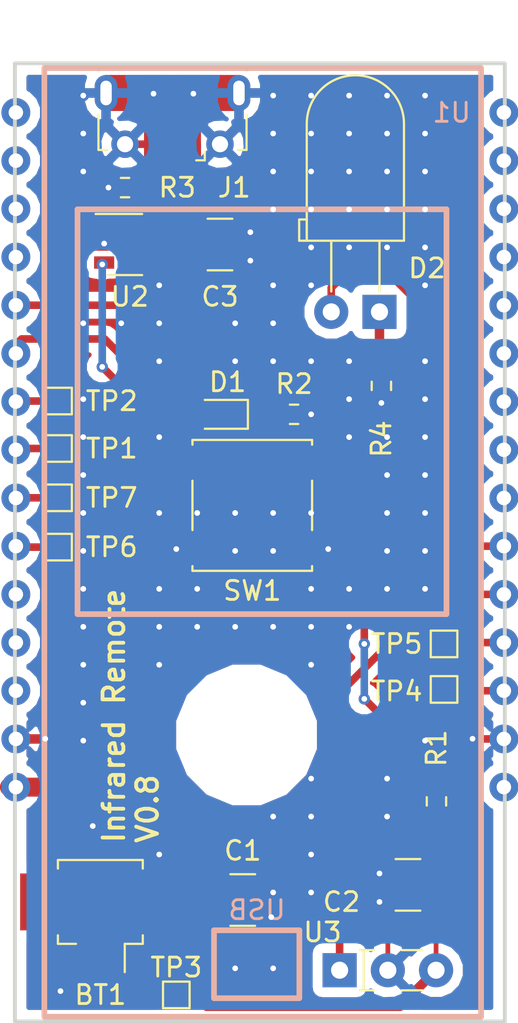
<source format=kicad_pcb>
(kicad_pcb (version 20171130) (host pcbnew no-vcs-found-6322c90~61~ubuntu16.04.1)

  (general
    (thickness 1.6)
    (drawings 5)
    (tracks 198)
    (zones 0)
    (modules 23)
    (nets 38)
  )

  (page A4)
  (layers
    (0 F.Cu signal)
    (31 B.Cu signal)
    (32 B.Adhes user)
    (33 F.Adhes user)
    (34 B.Paste user)
    (35 F.Paste user)
    (36 B.SilkS user)
    (37 F.SilkS user)
    (38 B.Mask user)
    (39 F.Mask user)
    (40 Dwgs.User user hide)
    (41 Cmts.User user)
    (42 Eco1.User user)
    (43 Eco2.User user)
    (44 Edge.Cuts user)
    (45 Margin user)
    (46 B.CrtYd user)
    (47 F.CrtYd user hide)
    (48 B.Fab user)
    (49 F.Fab user hide)
  )

  (setup
    (last_trace_width 0.25)
    (trace_clearance 0.2)
    (zone_clearance 0.508)
    (zone_45_only no)
    (trace_min 0.2)
    (segment_width 0.2)
    (edge_width 0.2)
    (via_size 0.6)
    (via_drill 0.3)
    (via_min_size 0.4)
    (via_min_drill 0.3)
    (uvia_size 0.3)
    (uvia_drill 0.1)
    (uvias_allowed no)
    (uvia_min_size 0.2)
    (uvia_min_drill 0.1)
    (pcb_text_width 0.3)
    (pcb_text_size 1.5 1.5)
    (mod_edge_width 0.15)
    (mod_text_size 1 1)
    (mod_text_width 0.15)
    (pad_size 1.524 1.524)
    (pad_drill 0.762)
    (pad_to_mask_clearance 0.2)
    (aux_axis_origin 0 0)
    (visible_elements FFFDFFFF)
    (pcbplotparams
      (layerselection 0x010fc_ffffffff)
      (usegerberextensions false)
      (usegerberattributes false)
      (usegerberadvancedattributes false)
      (creategerberjobfile false)
      (excludeedgelayer true)
      (linewidth 0.200000)
      (plotframeref false)
      (viasonmask false)
      (mode 1)
      (useauxorigin false)
      (hpglpennumber 1)
      (hpglpenspeed 20)
      (hpglpendiameter 15)
      (psnegative false)
      (psa4output false)
      (plotreference true)
      (plotvalue true)
      (plotinvisibletext false)
      (padsonsilk false)
      (subtractmaskfromsilk false)
      (outputformat 1)
      (mirror false)
      (drillshape 0)
      (scaleselection 1)
      (outputdirectory ""))
  )

  (net 0 "")
  (net 1 "Net-(U1-Pad28)")
  (net 2 "Net-(U1-Pad27)")
  (net 3 "Net-(U1-Pad26)")
  (net 4 "Net-(U1-Pad19)")
  (net 5 "Net-(U1-Pad18)")
  (net 6 "Net-(U1-Pad17)")
  (net 7 "Net-(U1-Pad16)")
  (net 8 "Net-(U1-Pad15)")
  (net 9 "Net-(U1-Pad14)")
  (net 10 "Net-(U1-Pad13)")
  (net 11 "Net-(U1-Pad12)")
  (net 12 "Net-(U1-Pad11)")
  (net 13 "Net-(U1-Pad10)")
  (net 14 "Net-(U1-Pad9)")
  (net 15 "Net-(U1-Pad8)")
  (net 16 "Net-(U1-Pad7)")
  (net 17 "Net-(U1-Pad5)")
  (net 18 "Net-(U1-Pad1)")
  (net 19 GND)
  (net 20 "Net-(R1-Pad1)")
  (net 21 "Net-(D2-Pad2)")
  (net 22 "Net-(D2-Pad1)")
  (net 23 "Net-(D1-Pad2)")
  (net 24 "Net-(D1-Pad1)")
  (net 25 4V2)
  (net 26 "Net-(R3-Pad2)")
  (net 27 "Net-(U2-Pad1)")
  (net 28 "Net-(J1-Pad2)")
  (net 29 "Net-(J1-Pad4)")
  (net 30 "Net-(J1-Pad3)")
  (net 31 "Net-(TP6-Pad1)")
  (net 32 "Net-(TP7-Pad1)")
  (net 33 "Net-(TP1-Pad1)")
  (net 34 "Net-(TP2-Pad1)")
  (net 35 "Net-(TP5-Pad1)")
  (net 36 "Net-(TP4-Pad1)")
  (net 37 "Net-(C3-Pad1)")

  (net_class Default "This is the default net class."
    (clearance 0.2)
    (trace_width 0.25)
    (via_dia 0.6)
    (via_drill 0.3)
    (uvia_dia 0.3)
    (uvia_drill 0.1)
    (add_net 4V2)
    (add_net GND)
    (add_net "Net-(C3-Pad1)")
    (add_net "Net-(D1-Pad1)")
    (add_net "Net-(D1-Pad2)")
    (add_net "Net-(D2-Pad1)")
    (add_net "Net-(D2-Pad2)")
    (add_net "Net-(J1-Pad2)")
    (add_net "Net-(J1-Pad3)")
    (add_net "Net-(J1-Pad4)")
    (add_net "Net-(R1-Pad1)")
    (add_net "Net-(R3-Pad2)")
    (add_net "Net-(TP1-Pad1)")
    (add_net "Net-(TP2-Pad1)")
    (add_net "Net-(TP4-Pad1)")
    (add_net "Net-(TP5-Pad1)")
    (add_net "Net-(TP6-Pad1)")
    (add_net "Net-(TP7-Pad1)")
    (add_net "Net-(U1-Pad1)")
    (add_net "Net-(U1-Pad10)")
    (add_net "Net-(U1-Pad11)")
    (add_net "Net-(U1-Pad12)")
    (add_net "Net-(U1-Pad13)")
    (add_net "Net-(U1-Pad14)")
    (add_net "Net-(U1-Pad15)")
    (add_net "Net-(U1-Pad16)")
    (add_net "Net-(U1-Pad17)")
    (add_net "Net-(U1-Pad18)")
    (add_net "Net-(U1-Pad19)")
    (add_net "Net-(U1-Pad26)")
    (add_net "Net-(U1-Pad27)")
    (add_net "Net-(U1-Pad28)")
    (add_net "Net-(U1-Pad5)")
    (add_net "Net-(U1-Pad7)")
    (add_net "Net-(U1-Pad8)")
    (add_net "Net-(U1-Pad9)")
    (add_net "Net-(U2-Pad1)")
  )

  (module Package_TO_SOT_SMD:SOT-23-5 (layer F.Cu) (tedit 5A02FF57) (tstamp 5AC265A6)
    (at 149.7 60.55)
    (descr "5-pin SOT23 package")
    (tags SOT-23-5)
    (path /5AB3B855)
    (attr smd)
    (fp_text reference U2 (at 0.25 2.75) (layer F.SilkS)
      (effects (font (size 1 1) (thickness 0.15)))
    )
    (fp_text value MCP73832T2DFI/OT (at 0 2.9) (layer F.Fab)
      (effects (font (size 1 1) (thickness 0.15)))
    )
    (fp_text user %R (at 0 0 90) (layer F.Fab)
      (effects (font (size 0.5 0.5) (thickness 0.075)))
    )
    (fp_line (start -0.9 1.61) (end 0.9 1.61) (layer F.SilkS) (width 0.12))
    (fp_line (start 0.9 -1.61) (end -1.55 -1.61) (layer F.SilkS) (width 0.12))
    (fp_line (start -1.9 -1.8) (end 1.9 -1.8) (layer F.CrtYd) (width 0.05))
    (fp_line (start 1.9 -1.8) (end 1.9 1.8) (layer F.CrtYd) (width 0.05))
    (fp_line (start 1.9 1.8) (end -1.9 1.8) (layer F.CrtYd) (width 0.05))
    (fp_line (start -1.9 1.8) (end -1.9 -1.8) (layer F.CrtYd) (width 0.05))
    (fp_line (start -0.9 -0.9) (end -0.25 -1.55) (layer F.Fab) (width 0.1))
    (fp_line (start 0.9 -1.55) (end -0.25 -1.55) (layer F.Fab) (width 0.1))
    (fp_line (start -0.9 -0.9) (end -0.9 1.55) (layer F.Fab) (width 0.1))
    (fp_line (start 0.9 1.55) (end -0.9 1.55) (layer F.Fab) (width 0.1))
    (fp_line (start 0.9 -1.55) (end 0.9 1.55) (layer F.Fab) (width 0.1))
    (pad 1 smd rect (at -1.1 -0.95) (size 1.06 0.65) (layers F.Cu F.Paste F.Mask)
      (net 27 "Net-(U2-Pad1)"))
    (pad 2 smd rect (at -1.1 0) (size 1.06 0.65) (layers F.Cu F.Paste F.Mask)
      (net 19 GND))
    (pad 3 smd rect (at -1.1 0.95) (size 1.06 0.65) (layers F.Cu F.Paste F.Mask)
      (net 25 4V2))
    (pad 4 smd rect (at 1.1 0.95) (size 1.06 0.65) (layers F.Cu F.Paste F.Mask)
      (net 37 "Net-(C3-Pad1)"))
    (pad 5 smd rect (at 1.1 -0.95) (size 1.06 0.65) (layers F.Cu F.Paste F.Mask)
      (net 26 "Net-(R3-Pad2)"))
    (model ${KISYS3DMOD}/Package_TO_SOT_SMD.3dshapes/SOT-23-5.wrl
      (at (xyz 0 0 0))
      (scale (xyz 1 1 1))
      (rotate (xyz 0 0 0))
    )
  )

  (module ir_remote:ESP32-DOIT-EVALKIT (layer B.Cu) (tedit 5AB5214A) (tstamp 5AB7BD4A)
    (at 156.95 63.75)
    (path /5A9D8152)
    (attr virtual)
    (fp_text reference U1 (at 9.95 -10.15) (layer B.SilkS)
      (effects (font (size 1 1) (thickness 0.15)) (justify mirror))
    )
    (fp_text value ESP32-DOIT-EVALKIT (at 0 -15.24) (layer B.Fab)
      (effects (font (size 1 1) (thickness 0.15)) (justify mirror))
    )
    (fp_line (start -2.5654 36.5252) (end -2.5654 32.9438) (layer B.SilkS) (width 0.3))
    (fp_line (start -2.5654 32.9438) (end 1.9304 32.9438) (layer B.SilkS) (width 0.3))
    (fp_line (start 1.9304 32.9438) (end 1.9304 36.5252) (layer B.SilkS) (width 0.3))
    (fp_line (start 1.905 36.5252) (end -2.5654 36.5252) (layer B.SilkS) (width 0.3))
    (fp_line (start -2.5654 36.4998) (end -2.5654 36.4998) (layer B.SilkS) (width 0.3))
    (fp_text user USB (at -0.3048 31.877) (layer B.SilkS)
      (effects (font (size 1 1) (thickness 0.15)) (justify mirror))
    )
    (fp_line (start -9.7536 -5.0546) (end 9.6774 -5.0546) (layer B.SilkS) (width 0.3))
    (fp_line (start 9.6774 -5.0546) (end 9.6774 16.2814) (layer B.SilkS) (width 0.3))
    (fp_line (start 9.6774 16.2814) (end -9.7536 16.2814) (layer B.SilkS) (width 0.3))
    (fp_line (start -9.7536 16.2814) (end -9.7536 -5.0546) (layer B.SilkS) (width 0.3))
    (fp_line (start -9.7536 -5.0546) (end -9.7536 -5.0546) (layer B.SilkS) (width 0.3))
    (fp_line (start 11.5 -12.5) (end -11.5 -12.5) (layer B.SilkS) (width 0.3))
    (fp_line (start -11.5 -12.5) (end -11.5 37.5) (layer B.SilkS) (width 0.3))
    (fp_line (start -11.5 37.5) (end 11.5 37.5) (layer B.SilkS) (width 0.3))
    (fp_line (start 11.5 -12.5) (end 11.5 37.5) (layer B.SilkS) (width 0.3))
    (pad 30 thru_hole circle (at -13 25.4) (size 1.524 1.524) (drill 0.762) (layers *.Cu *.Mask)
      (net 25 4V2))
    (pad 29 thru_hole circle (at -13 22.86) (size 1.524 1.524) (drill 0.762) (layers *.Cu *.Mask)
      (net 19 GND))
    (pad 28 thru_hole circle (at -13 20.32) (size 1.524 1.524) (drill 0.762) (layers *.Cu *.Mask)
      (net 1 "Net-(U1-Pad28)"))
    (pad 27 thru_hole circle (at -13 17.78) (size 1.524 1.524) (drill 0.762) (layers *.Cu *.Mask)
      (net 2 "Net-(U1-Pad27)"))
    (pad 26 thru_hole circle (at -13 15.24) (size 1.524 1.524) (drill 0.762) (layers *.Cu *.Mask)
      (net 3 "Net-(U1-Pad26)"))
    (pad 25 thru_hole circle (at -13 12.7) (size 1.524 1.524) (drill 0.762) (layers *.Cu *.Mask)
      (net 31 "Net-(TP6-Pad1)"))
    (pad 24 thru_hole circle (at -13 10.16) (size 1.524 1.524) (drill 0.762) (layers *.Cu *.Mask)
      (net 32 "Net-(TP7-Pad1)"))
    (pad 23 thru_hole circle (at -13 7.62) (size 1.524 1.524) (drill 0.762) (layers *.Cu *.Mask)
      (net 33 "Net-(TP1-Pad1)"))
    (pad 22 thru_hole circle (at -13 5.08) (size 1.524 1.524) (drill 0.762) (layers *.Cu *.Mask)
      (net 34 "Net-(TP2-Pad1)"))
    (pad 21 thru_hole circle (at -13 2.54) (size 1.524 1.524) (drill 0.762) (layers *.Cu *.Mask)
      (net 20 "Net-(R1-Pad1)"))
    (pad 20 thru_hole circle (at -13 0) (size 1.524 1.524) (drill 0.762) (layers *.Cu *.Mask)
      (net 23 "Net-(D1-Pad2)"))
    (pad 19 thru_hole circle (at -13 -2.54) (size 1.524 1.524) (drill 0.762) (layers *.Cu *.Mask)
      (net 4 "Net-(U1-Pad19)"))
    (pad 18 thru_hole circle (at -13 -5.08) (size 1.524 1.524) (drill 0.762) (layers *.Cu *.Mask)
      (net 5 "Net-(U1-Pad18)"))
    (pad 17 thru_hole circle (at -13 -7.62) (size 1.524 1.524) (drill 0.762) (layers *.Cu *.Mask)
      (net 6 "Net-(U1-Pad17)"))
    (pad 16 thru_hole circle (at -13 -10.16) (size 1.524 1.524) (drill 0.762) (layers *.Cu *.Mask)
      (net 7 "Net-(U1-Pad16)"))
    (pad 15 thru_hole circle (at 12.7 -10.16) (size 1.524 1.524) (drill 0.762) (layers *.Cu *.Mask)
      (net 8 "Net-(U1-Pad15)"))
    (pad 14 thru_hole circle (at 12.7 -7.62) (size 1.524 1.524) (drill 0.762) (layers *.Cu *.Mask)
      (net 9 "Net-(U1-Pad14)"))
    (pad 13 thru_hole circle (at 12.7 -5.08) (size 1.524 1.524) (drill 0.762) (layers *.Cu *.Mask)
      (net 10 "Net-(U1-Pad13)"))
    (pad 12 thru_hole circle (at 12.7 -2.54) (size 1.524 1.524) (drill 0.762) (layers *.Cu *.Mask)
      (net 11 "Net-(U1-Pad12)"))
    (pad 11 thru_hole circle (at 12.7 0) (size 1.524 1.524) (drill 0.762) (layers *.Cu *.Mask)
      (net 12 "Net-(U1-Pad11)"))
    (pad 10 thru_hole circle (at 12.7 2.54) (size 1.524 1.524) (drill 0.762) (layers *.Cu *.Mask)
      (net 13 "Net-(U1-Pad10)"))
    (pad 9 thru_hole circle (at 12.7 5.08) (size 1.524 1.524) (drill 0.762) (layers *.Cu *.Mask)
      (net 14 "Net-(U1-Pad9)"))
    (pad 8 thru_hole circle (at 12.7 7.62) (size 1.524 1.524) (drill 0.762) (layers *.Cu *.Mask)
      (net 15 "Net-(U1-Pad8)"))
    (pad 7 thru_hole circle (at 12.7 10.16) (size 1.524 1.524) (drill 0.762) (layers *.Cu *.Mask)
      (net 16 "Net-(U1-Pad7)"))
    (pad 6 thru_hole circle (at 12.7 12.7) (size 1.524 1.524) (drill 0.762) (layers *.Cu *.Mask)
      (net 21 "Net-(D2-Pad2)"))
    (pad 5 thru_hole circle (at 12.7 15.24) (size 1.524 1.524) (drill 0.762) (layers *.Cu *.Mask)
      (net 17 "Net-(U1-Pad5)"))
    (pad 4 thru_hole circle (at 12.7 17.78) (size 1.524 1.524) (drill 0.762) (layers *.Cu *.Mask)
      (net 35 "Net-(TP5-Pad1)"))
    (pad 3 thru_hole circle (at 12.7 20.32) (size 1.524 1.524) (drill 0.762) (layers *.Cu *.Mask)
      (net 36 "Net-(TP4-Pad1)"))
    (pad 2 thru_hole circle (at 12.7 22.86) (size 1.524 1.524) (drill 0.762) (layers *.Cu *.Mask)
      (net 19 GND))
    (pad 1 thru_hole circle (at 12.7 25.4) (size 1.524 1.524) (drill 0.762) (layers *.Cu *.Mask)
      (net 18 "Net-(U1-Pad1)"))
    (model ${KIPRJMOD}/lib/3D/ESP32_doit-evalkit.step
      (offset (xyz -6.5 3.5 -50))
      (scale (xyz 1 1 1))
      (rotate (xyz 0 0 180))
    )
  )

  (module Connector_USB:USB_Micro-B_Molex-105017-0001 (layer F.Cu) (tedit 5AB51A99) (tstamp 5AC25768)
    (at 152.2 53.8 180)
    (descr http://www.molex.com/pdm_docs/sd/1050170001_sd.pdf)
    (tags "Micro-USB SMD Typ-B")
    (path /5AB3C351)
    (attr smd)
    (fp_text reference J1 (at -3.25 -3.75 180) (layer F.SilkS)
      (effects (font (size 1 1) (thickness 0.15)))
    )
    (fp_text value 105017-0001 (at 0.3 4.3375 180) (layer F.Fab)
      (effects (font (size 1 1) (thickness 0.15)))
    )
    (fp_text user "PCB Edge" (at 0 2.6875 180) (layer Dwgs.User)
      (effects (font (size 0.5 0.5) (thickness 0.08)))
    )
    (fp_text user %R (at 0 0.8875 180) (layer F.Fab)
      (effects (font (size 1 1) (thickness 0.15)))
    )
    (fp_line (start -4.4 3.64) (end 4.4 3.64) (layer F.CrtYd) (width 0.05))
    (fp_line (start 4.4 -2.46) (end 4.4 3.64) (layer F.CrtYd) (width 0.05))
    (fp_line (start -4.4 -2.46) (end 4.4 -2.46) (layer F.CrtYd) (width 0.05))
    (fp_line (start -4.4 3.64) (end -4.4 -2.46) (layer F.CrtYd) (width 0.05))
    (fp_line (start -3.9 -1.7625) (end -3.45 -1.7625) (layer F.SilkS) (width 0.12))
    (fp_line (start -3.9 0.0875) (end -3.9 -1.7625) (layer F.SilkS) (width 0.12))
    (fp_line (start 3.9 2.6375) (end 3.9 2.3875) (layer F.SilkS) (width 0.12))
    (fp_line (start 3.75 3.3875) (end 3.75 -1.6125) (layer F.Fab) (width 0.1))
    (fp_line (start -3 2.689204) (end 3 2.689204) (layer F.Fab) (width 0.1))
    (fp_line (start -3.75 3.389204) (end 3.75 3.389204) (layer F.Fab) (width 0.1))
    (fp_line (start -3.75 -1.6125) (end 3.75 -1.6125) (layer F.Fab) (width 0.1))
    (fp_line (start -3.75 3.3875) (end -3.75 -1.6125) (layer F.Fab) (width 0.1))
    (fp_line (start -3.9 2.6375) (end -3.9 2.3875) (layer F.SilkS) (width 0.12))
    (fp_line (start 3.9 0.0875) (end 3.9 -1.7625) (layer F.SilkS) (width 0.12))
    (fp_line (start 3.9 -1.7625) (end 3.45 -1.7625) (layer F.SilkS) (width 0.12))
    (fp_line (start -1.7 -2.3125) (end -1.25 -2.3125) (layer F.SilkS) (width 0.12))
    (fp_line (start -1.7 -2.3125) (end -1.7 -1.8625) (layer F.SilkS) (width 0.12))
    (fp_line (start -1.3 -1.7125) (end -1.5 -1.9125) (layer F.Fab) (width 0.1))
    (fp_line (start -1.1 -1.9125) (end -1.3 -1.7125) (layer F.Fab) (width 0.1))
    (fp_line (start -1.5 -2.1225) (end -1.1 -2.1225) (layer F.Fab) (width 0.1))
    (fp_line (start -1.5 -2.1225) (end -1.5 -1.9125) (layer F.Fab) (width 0.1))
    (fp_line (start -1.1 -2.1225) (end -1.1 -1.9125) (layer F.Fab) (width 0.1))
    (pad 6 smd rect (at 1 1.2375 180) (size 1.5 1.9) (layers F.Cu F.Paste F.Mask)
      (net 19 GND))
    (pad 6 thru_hole circle (at -2.5 -1.4625 180) (size 1.45 1.45) (drill 0.85) (layers *.Cu *.Mask)
      (net 19 GND))
    (pad 2 smd rect (at -0.65 -1.4625 180) (size 0.4 1.35) (layers F.Cu F.Paste F.Mask)
      (net 28 "Net-(J1-Pad2)"))
    (pad 1 smd rect (at -1.3 -1.4625 180) (size 0.4 1.35) (layers F.Cu F.Paste F.Mask)
      (net 37 "Net-(C3-Pad1)"))
    (pad 5 smd rect (at 1.3 -1.4625 180) (size 0.4 1.35) (layers F.Cu F.Paste F.Mask)
      (net 19 GND))
    (pad 4 smd rect (at 0.65 -1.4625 180) (size 0.4 1.35) (layers F.Cu F.Paste F.Mask)
      (net 29 "Net-(J1-Pad4)"))
    (pad 3 smd rect (at 0 -1.4625 180) (size 0.4 1.35) (layers F.Cu F.Paste F.Mask)
      (net 30 "Net-(J1-Pad3)"))
    (pad 6 thru_hole circle (at 2.5 -1.4625 180) (size 1.45 1.45) (drill 0.85) (layers *.Cu *.Mask)
      (net 19 GND))
    (pad 6 smd rect (at -1 1.2375 180) (size 1.5 1.9) (layers F.Cu F.Paste F.Mask)
      (net 19 GND))
    (pad 6 thru_hole oval (at -3.5 1.2375) (size 1.2 1.9) (drill oval 0.6 1.3) (layers *.Cu *.Mask)
      (net 19 GND))
    (pad 6 thru_hole oval (at 3.5 1.2375 180) (size 1.2 1.9) (drill oval 0.6 1.3) (layers *.Cu *.Mask)
      (net 19 GND))
    (pad 6 smd rect (at 2.9 1.2375 180) (size 1.2 1.9) (layers F.Cu F.Mask)
      (net 19 GND))
    (pad 6 smd rect (at -2.9 1.2375 180) (size 1.2 1.9) (layers F.Cu F.Mask)
      (net 19 GND))
    (model ${KISYS3DMOD}/Connector_USB.3dshapes/USB_Micro-B_Molex-105017-0001.wrl
      (at (xyz 0 0 0))
      (scale (xyz 1 1 1))
      (rotate (xyz 0 0 0))
    )
    (model ${KIPRJMOD}/lib/3D/micro_usb_connector.stp
      (offset (xyz 0 -0.5 0.1))
      (scale (xyz 1 1 1))
      (rotate (xyz 0 0 90))
    )
  )

  (module Button_Switch_SMD:SW_SPST_B3S-1000 (layer F.Cu) (tedit 5AB519FF) (tstamp 5AAC3421)
    (at 156.4 74.3 180)
    (descr "Surface Mount Tactile Switch for High-Density Packaging")
    (tags "Tactile Switch")
    (path /5AA07EE7)
    (attr smd)
    (fp_text reference SW1 (at 0 -4.5 180) (layer F.SilkS)
      (effects (font (size 1 1) (thickness 0.15)))
    )
    (fp_text value 95C06B3GWRT (at 0 4.5 180) (layer F.Fab)
      (effects (font (size 1 1) (thickness 0.15)))
    )
    (fp_text user %R (at 0 -4.5 180) (layer F.Fab)
      (effects (font (size 1 1) (thickness 0.15)))
    )
    (fp_line (start -5 3.7) (end 5 3.7) (layer F.CrtYd) (width 0.05))
    (fp_line (start 5 3.7) (end 5 -3.7) (layer F.CrtYd) (width 0.05))
    (fp_line (start 5 -3.7) (end -5 -3.7) (layer F.CrtYd) (width 0.05))
    (fp_line (start -5 -3.7) (end -5 3.7) (layer F.CrtYd) (width 0.05))
    (fp_line (start -3.15 -3.2) (end -3.15 -3.45) (layer F.SilkS) (width 0.12))
    (fp_line (start -3.15 -3.45) (end 3.15 -3.45) (layer F.SilkS) (width 0.12))
    (fp_line (start 3.15 -3.45) (end 3.15 -3.2) (layer F.SilkS) (width 0.12))
    (fp_line (start -3.15 1.3) (end -3.15 -1.3) (layer F.SilkS) (width 0.12))
    (fp_line (start 3.15 3.2) (end 3.15 3.45) (layer F.SilkS) (width 0.12))
    (fp_line (start 3.15 3.45) (end -3.15 3.45) (layer F.SilkS) (width 0.12))
    (fp_line (start -3.15 3.45) (end -3.15 3.2) (layer F.SilkS) (width 0.12))
    (fp_line (start 3.15 -1.3) (end 3.15 1.3) (layer F.SilkS) (width 0.12))
    (fp_circle (center 0 0) (end 1.65 0) (layer F.Fab) (width 0.1))
    (fp_line (start -3 -3.3) (end 3 -3.3) (layer F.Fab) (width 0.1))
    (fp_line (start 3 -3.3) (end 3 3.3) (layer F.Fab) (width 0.1))
    (fp_line (start 3 3.3) (end -3 3.3) (layer F.Fab) (width 0.1))
    (fp_line (start -3 3.3) (end -3 -3.3) (layer F.Fab) (width 0.1))
    (pad 1 smd rect (at -3.975 -2.25 180) (size 1.55 1.3) (layers F.Cu F.Paste F.Mask)
      (net 19 GND))
    (pad 1 smd rect (at 3.975 -2.25 180) (size 1.55 1.3) (layers F.Cu F.Paste F.Mask)
      (net 19 GND))
    (pad 2 smd rect (at -3.975 2.25 180) (size 1.55 1.3) (layers F.Cu F.Paste F.Mask)
      (net 20 "Net-(R1-Pad1)"))
    (pad 2 smd rect (at 3.975 2.25 180) (size 1.55 1.3) (layers F.Cu F.Paste F.Mask)
      (net 20 "Net-(R1-Pad1)"))
    (model ${KISYS3DMOD}/Button_Switch_SMD.3dshapes/SW_SPST_B3S-1000.wrl
      (at (xyz 0 0 0))
      (scale (xyz 1 1 1))
      (rotate (xyz 0 0 0))
    )
    (model "${KIPRJMOD}/lib/3D/Tact Switch SMD 6x6mm.stp"
      (at (xyz 0 0 0))
      (scale (xyz 1 1 1))
      (rotate (xyz 0 0 0))
    )
  )

  (module Connector_Molex:Molex_PicoBlade_53261-0271_1x02_P1.25mm_Horizontal (layer F.Cu) (tedit 5A2AC9CC) (tstamp 5AC3892F)
    (at 148.4 95.7 180)
    (descr "Molex PicoBlade series connector, 53261-0271 (http://www.molex.com/pdm_docs/sd/532610271_sd.pdf), generated with kicad-footprint-generator")
    (tags "connector Molex PicoBlade top entry")
    (path /5AA156D6)
    (attr smd)
    (fp_text reference BT1 (at 0 -4.4 180) (layer F.SilkS)
      (effects (font (size 1 1) (thickness 0.15)))
    )
    (fp_text value "SM02B-SRSS-TB (LF)(SN)" (at 0 3.8 180) (layer F.Fab)
      (effects (font (size 1 1) (thickness 0.15)))
    )
    (fp_line (start -2.125 -1.6) (end 2.125 -1.6) (layer F.Fab) (width 0.1))
    (fp_line (start -2.235 -1.26) (end -2.235 -1.71) (layer F.SilkS) (width 0.12))
    (fp_line (start -2.235 -1.71) (end -1.285 -1.71) (layer F.SilkS) (width 0.12))
    (fp_line (start -1.285 -1.71) (end -1.285 -3.2) (layer F.SilkS) (width 0.12))
    (fp_line (start 2.235 -1.26) (end 2.235 -1.71) (layer F.SilkS) (width 0.12))
    (fp_line (start 2.235 -1.71) (end 1.285 -1.71) (layer F.SilkS) (width 0.12))
    (fp_line (start -2.235 2.26) (end -2.235 2.71) (layer F.SilkS) (width 0.12))
    (fp_line (start -2.235 2.71) (end 2.235 2.71) (layer F.SilkS) (width 0.12))
    (fp_line (start 2.235 2.71) (end 2.235 2.26) (layer F.SilkS) (width 0.12))
    (fp_line (start -2.125 2.6) (end 2.125 2.6) (layer F.Fab) (width 0.1))
    (fp_line (start -2.125 -1.6) (end -2.125 2.6) (layer F.Fab) (width 0.1))
    (fp_line (start 2.125 -1.6) (end 2.125 2.6) (layer F.Fab) (width 0.1))
    (fp_line (start -2.125 -0.6) (end -3.625 -0.6) (layer F.Fab) (width 0.1))
    (fp_line (start -3.625 -0.6) (end -3.825 -0.4) (layer F.Fab) (width 0.1))
    (fp_line (start -3.825 -0.4) (end -3.825 1.4) (layer F.Fab) (width 0.1))
    (fp_line (start -3.825 1.4) (end -3.625 1.6) (layer F.Fab) (width 0.1))
    (fp_line (start -3.625 1.6) (end -3.625 2.2) (layer F.Fab) (width 0.1))
    (fp_line (start -3.625 2.2) (end -2.125 2.2) (layer F.Fab) (width 0.1))
    (fp_line (start 2.125 -0.6) (end 3.625 -0.6) (layer F.Fab) (width 0.1))
    (fp_line (start 3.625 -0.6) (end 3.825 -0.4) (layer F.Fab) (width 0.1))
    (fp_line (start 3.825 -0.4) (end 3.825 1.4) (layer F.Fab) (width 0.1))
    (fp_line (start 3.825 1.4) (end 3.625 1.6) (layer F.Fab) (width 0.1))
    (fp_line (start 3.625 1.6) (end 3.625 2.2) (layer F.Fab) (width 0.1))
    (fp_line (start 3.625 2.2) (end 2.125 2.2) (layer F.Fab) (width 0.1))
    (fp_line (start -4.72 -3.7) (end -4.72 3.1) (layer F.CrtYd) (width 0.05))
    (fp_line (start -4.72 3.1) (end 4.72 3.1) (layer F.CrtYd) (width 0.05))
    (fp_line (start 4.72 3.1) (end 4.72 -3.7) (layer F.CrtYd) (width 0.05))
    (fp_line (start 4.72 -3.7) (end -4.72 -3.7) (layer F.CrtYd) (width 0.05))
    (fp_line (start -1.125 -1.6) (end -0.625 -0.892893) (layer F.Fab) (width 0.1))
    (fp_line (start -0.625 -0.892893) (end -0.125 -1.6) (layer F.Fab) (width 0.1))
    (fp_text user %R (at 0 1.9 180) (layer F.Fab)
      (effects (font (size 1 1) (thickness 0.15)))
    )
    (pad 1 smd rect (at -0.625 -2.4 180) (size 0.8 1.6) (layers F.Cu F.Paste F.Mask)
      (net 25 4V2))
    (pad 2 smd rect (at 0.625 -2.4 180) (size 0.8 1.6) (layers F.Cu F.Paste F.Mask)
      (net 19 GND))
    (pad "" smd rect (at -3.175 0.5 180) (size 2.1 3) (layers F.Cu F.Paste F.Mask))
    (pad "" smd rect (at 3.175 0.5 180) (size 2.1 3) (layers F.Cu F.Paste F.Mask))
    (model ${KISYS3DMOD}/Connector_Molex.3dshapes/Molex_PicoBlade_53261-0271_1x02_P1.25mm_Horizontal.wrl
      (at (xyz 0 0 0))
      (scale (xyz 1 1 1))
      (rotate (xyz 0 0 0))
    )
  )

  (module Capacitor_SMD:C_1210_3225Metric (layer F.Cu) (tedit 59FE48B8) (tstamp 5AC25F46)
    (at 154.7 60.55)
    (descr "Capacitor SMD 1210 (3225 Metric), square (rectangular) end terminal, IPC_7351 nominal, (Body size source: http://www.tortai-tech.com/upload/download/2011102023233369053.pdf), generated with kicad-footprint-generator")
    (tags capacitor)
    (path /5AB4429B)
    (attr smd)
    (fp_text reference C3 (at 0 2.75) (layer F.SilkS)
      (effects (font (size 1 1) (thickness 0.15)))
    )
    (fp_text value 4.7uF (at 0 2.5) (layer F.Fab)
      (effects (font (size 1 1) (thickness 0.15)))
    )
    (fp_line (start -1.6 1.25) (end -1.6 -1.25) (layer F.Fab) (width 0.1))
    (fp_line (start -1.6 -1.25) (end 1.6 -1.25) (layer F.Fab) (width 0.1))
    (fp_line (start 1.6 -1.25) (end 1.6 1.25) (layer F.Fab) (width 0.1))
    (fp_line (start 1.6 1.25) (end -1.6 1.25) (layer F.Fab) (width 0.1))
    (fp_line (start -0.65 -1.36) (end 0.65 -1.36) (layer F.SilkS) (width 0.12))
    (fp_line (start -0.65 1.36) (end 0.65 1.36) (layer F.SilkS) (width 0.12))
    (fp_line (start -2.29 1.6) (end -2.29 -1.6) (layer F.CrtYd) (width 0.05))
    (fp_line (start -2.29 -1.6) (end 2.29 -1.6) (layer F.CrtYd) (width 0.05))
    (fp_line (start 2.29 -1.6) (end 2.29 1.6) (layer F.CrtYd) (width 0.05))
    (fp_line (start 2.29 1.6) (end -2.29 1.6) (layer F.CrtYd) (width 0.05))
    (fp_text user %R (at 0 0) (layer F.Fab)
      (effects (font (size 0.8 0.8) (thickness 0.12)))
    )
    (pad 1 smd rect (at -1.505 0) (size 1.07 2.7) (layers F.Cu F.Paste F.Mask)
      (net 37 "Net-(C3-Pad1)"))
    (pad 2 smd rect (at 1.505 0) (size 1.07 2.7) (layers F.Cu F.Paste F.Mask)
      (net 19 GND))
    (model ${KISYS3DMOD}/Capacitor_SMD.3dshapes/C_1210_3225Metric.wrl
      (at (xyz 0 0 0))
      (scale (xyz 1 1 1))
      (rotate (xyz 0 0 0))
    )
  )

  (module TestPoint:TestPoint_Pad_1.0x1.0mm (layer F.Cu) (tedit 5A0F774F) (tstamp 5AC25D5F)
    (at 146.2 71.3)
    (descr "SMD rectangular pad as test Point, square 1.0mm side length")
    (tags "test point SMD pad rectangle square")
    (path /5AB47D10)
    (attr virtual)
    (fp_text reference TP1 (at 2.8 0) (layer F.SilkS)
      (effects (font (size 1 1) (thickness 0.15)))
    )
    (fp_text value Test_Point (at 0 1.55) (layer F.Fab)
      (effects (font (size 1 1) (thickness 0.15)))
    )
    (fp_text user %R (at 0 -1.45) (layer F.Fab)
      (effects (font (size 1 1) (thickness 0.15)))
    )
    (fp_line (start -0.7 -0.7) (end 0.7 -0.7) (layer F.SilkS) (width 0.12))
    (fp_line (start 0.7 -0.7) (end 0.7 0.7) (layer F.SilkS) (width 0.12))
    (fp_line (start 0.7 0.7) (end -0.7 0.7) (layer F.SilkS) (width 0.12))
    (fp_line (start -0.7 0.7) (end -0.7 -0.7) (layer F.SilkS) (width 0.12))
    (fp_line (start -1 -1) (end 1 -1) (layer F.CrtYd) (width 0.05))
    (fp_line (start -1 -1) (end -1 1) (layer F.CrtYd) (width 0.05))
    (fp_line (start 1 1) (end 1 -1) (layer F.CrtYd) (width 0.05))
    (fp_line (start 1 1) (end -1 1) (layer F.CrtYd) (width 0.05))
    (pad 1 smd rect (at 0 0) (size 1 1) (layers F.Cu F.Mask)
      (net 33 "Net-(TP1-Pad1)"))
  )

  (module TestPoint:TestPoint_Pad_1.0x1.0mm (layer F.Cu) (tedit 5A0F774F) (tstamp 5AC25D51)
    (at 146.2 68.8)
    (descr "SMD rectangular pad as test Point, square 1.0mm side length")
    (tags "test point SMD pad rectangle square")
    (path /5AB470B2)
    (attr virtual)
    (fp_text reference TP2 (at 2.8 0) (layer F.SilkS)
      (effects (font (size 1 1) (thickness 0.15)))
    )
    (fp_text value Test_Point (at 0 1.55) (layer F.Fab)
      (effects (font (size 1 1) (thickness 0.15)))
    )
    (fp_line (start 1 1) (end -1 1) (layer F.CrtYd) (width 0.05))
    (fp_line (start 1 1) (end 1 -1) (layer F.CrtYd) (width 0.05))
    (fp_line (start -1 -1) (end -1 1) (layer F.CrtYd) (width 0.05))
    (fp_line (start -1 -1) (end 1 -1) (layer F.CrtYd) (width 0.05))
    (fp_line (start -0.7 0.7) (end -0.7 -0.7) (layer F.SilkS) (width 0.12))
    (fp_line (start 0.7 0.7) (end -0.7 0.7) (layer F.SilkS) (width 0.12))
    (fp_line (start 0.7 -0.7) (end 0.7 0.7) (layer F.SilkS) (width 0.12))
    (fp_line (start -0.7 -0.7) (end 0.7 -0.7) (layer F.SilkS) (width 0.12))
    (fp_text user %R (at 0 -1.45) (layer F.Fab)
      (effects (font (size 1 1) (thickness 0.15)))
    )
    (pad 1 smd rect (at 0 0) (size 1 1) (layers F.Cu F.Mask)
      (net 34 "Net-(TP2-Pad1)"))
  )

  (module TestPoint:TestPoint_Pad_1.0x1.0mm (layer F.Cu) (tedit 5A0F774F) (tstamp 5AC25D43)
    (at 152.4 100.1)
    (descr "SMD rectangular pad as test Point, square 1.0mm side length")
    (tags "test point SMD pad rectangle square")
    (path /5AB46B92)
    (attr virtual)
    (fp_text reference TP3 (at 0 -1.448) (layer F.SilkS)
      (effects (font (size 1 1) (thickness 0.15)))
    )
    (fp_text value Test_Point (at 0 1.55) (layer F.Fab)
      (effects (font (size 1 1) (thickness 0.15)))
    )
    (fp_text user %R (at 0 -1.45) (layer F.Fab)
      (effects (font (size 1 1) (thickness 0.15)))
    )
    (fp_line (start -0.7 -0.7) (end 0.7 -0.7) (layer F.SilkS) (width 0.12))
    (fp_line (start 0.7 -0.7) (end 0.7 0.7) (layer F.SilkS) (width 0.12))
    (fp_line (start 0.7 0.7) (end -0.7 0.7) (layer F.SilkS) (width 0.12))
    (fp_line (start -0.7 0.7) (end -0.7 -0.7) (layer F.SilkS) (width 0.12))
    (fp_line (start -1 -1) (end 1 -1) (layer F.CrtYd) (width 0.05))
    (fp_line (start -1 -1) (end -1 1) (layer F.CrtYd) (width 0.05))
    (fp_line (start 1 1) (end 1 -1) (layer F.CrtYd) (width 0.05))
    (fp_line (start 1 1) (end -1 1) (layer F.CrtYd) (width 0.05))
    (pad 1 smd rect (at 0 0) (size 1 1) (layers F.Cu F.Mask)
      (net 25 4V2))
  )

  (module TestPoint:TestPoint_Pad_1.0x1.0mm (layer F.Cu) (tedit 5A0F774F) (tstamp 5AC25D35)
    (at 166.5 84)
    (descr "SMD rectangular pad as test Point, square 1.0mm side length")
    (tags "test point SMD pad rectangle square")
    (path /5AB4871C)
    (attr virtual)
    (fp_text reference TP4 (at -2.5 0.1) (layer F.SilkS)
      (effects (font (size 1 1) (thickness 0.15)))
    )
    (fp_text value Test_Point (at 0 1.55) (layer F.Fab)
      (effects (font (size 1 1) (thickness 0.15)))
    )
    (fp_line (start 1 1) (end -1 1) (layer F.CrtYd) (width 0.05))
    (fp_line (start 1 1) (end 1 -1) (layer F.CrtYd) (width 0.05))
    (fp_line (start -1 -1) (end -1 1) (layer F.CrtYd) (width 0.05))
    (fp_line (start -1 -1) (end 1 -1) (layer F.CrtYd) (width 0.05))
    (fp_line (start -0.7 0.7) (end -0.7 -0.7) (layer F.SilkS) (width 0.12))
    (fp_line (start 0.7 0.7) (end -0.7 0.7) (layer F.SilkS) (width 0.12))
    (fp_line (start 0.7 -0.7) (end 0.7 0.7) (layer F.SilkS) (width 0.12))
    (fp_line (start -0.7 -0.7) (end 0.7 -0.7) (layer F.SilkS) (width 0.12))
    (fp_text user %R (at 0 -1.45) (layer F.Fab)
      (effects (font (size 1 1) (thickness 0.15)))
    )
    (pad 1 smd rect (at 0 0) (size 1 1) (layers F.Cu F.Mask)
      (net 36 "Net-(TP4-Pad1)"))
  )

  (module TestPoint:TestPoint_Pad_1.0x1.0mm (layer F.Cu) (tedit 5A0F774F) (tstamp 5AC25D27)
    (at 166.5 81.6)
    (descr "SMD rectangular pad as test Point, square 1.0mm side length")
    (tags "test point SMD pad rectangle square")
    (path /5AB490D7)
    (attr virtual)
    (fp_text reference TP5 (at -2.5 0) (layer F.SilkS)
      (effects (font (size 1 1) (thickness 0.15)))
    )
    (fp_text value Test_Point (at 0 1.55) (layer F.Fab)
      (effects (font (size 1 1) (thickness 0.15)))
    )
    (fp_text user %R (at 0 -1.45) (layer F.Fab)
      (effects (font (size 1 1) (thickness 0.15)))
    )
    (fp_line (start -0.7 -0.7) (end 0.7 -0.7) (layer F.SilkS) (width 0.12))
    (fp_line (start 0.7 -0.7) (end 0.7 0.7) (layer F.SilkS) (width 0.12))
    (fp_line (start 0.7 0.7) (end -0.7 0.7) (layer F.SilkS) (width 0.12))
    (fp_line (start -0.7 0.7) (end -0.7 -0.7) (layer F.SilkS) (width 0.12))
    (fp_line (start -1 -1) (end 1 -1) (layer F.CrtYd) (width 0.05))
    (fp_line (start -1 -1) (end -1 1) (layer F.CrtYd) (width 0.05))
    (fp_line (start 1 1) (end 1 -1) (layer F.CrtYd) (width 0.05))
    (fp_line (start 1 1) (end -1 1) (layer F.CrtYd) (width 0.05))
    (pad 1 smd rect (at 0 0) (size 1 1) (layers F.Cu F.Mask)
      (net 35 "Net-(TP5-Pad1)"))
  )

  (module TestPoint:TestPoint_Pad_1.0x1.0mm (layer F.Cu) (tedit 5A0F774F) (tstamp 5AC25D19)
    (at 146.2 76.5)
    (descr "SMD rectangular pad as test Point, square 1.0mm side length")
    (tags "test point SMD pad rectangle square")
    (path /5AB4EC51)
    (attr virtual)
    (fp_text reference TP6 (at 2.8 0) (layer F.SilkS)
      (effects (font (size 1 1) (thickness 0.15)))
    )
    (fp_text value Test_Point (at 0 1.55) (layer F.Fab)
      (effects (font (size 1 1) (thickness 0.15)))
    )
    (fp_line (start 1 1) (end -1 1) (layer F.CrtYd) (width 0.05))
    (fp_line (start 1 1) (end 1 -1) (layer F.CrtYd) (width 0.05))
    (fp_line (start -1 -1) (end -1 1) (layer F.CrtYd) (width 0.05))
    (fp_line (start -1 -1) (end 1 -1) (layer F.CrtYd) (width 0.05))
    (fp_line (start -0.7 0.7) (end -0.7 -0.7) (layer F.SilkS) (width 0.12))
    (fp_line (start 0.7 0.7) (end -0.7 0.7) (layer F.SilkS) (width 0.12))
    (fp_line (start 0.7 -0.7) (end 0.7 0.7) (layer F.SilkS) (width 0.12))
    (fp_line (start -0.7 -0.7) (end 0.7 -0.7) (layer F.SilkS) (width 0.12))
    (fp_text user %R (at 0 -1.45) (layer F.Fab)
      (effects (font (size 1 1) (thickness 0.15)))
    )
    (pad 1 smd rect (at 0 0) (size 1 1) (layers F.Cu F.Mask)
      (net 31 "Net-(TP6-Pad1)"))
  )

  (module TestPoint:TestPoint_Pad_1.0x1.0mm (layer F.Cu) (tedit 5A0F774F) (tstamp 5AC25D0B)
    (at 146.2 73.9)
    (descr "SMD rectangular pad as test Point, square 1.0mm side length")
    (tags "test point SMD pad rectangle square")
    (path /5AB4ED29)
    (attr virtual)
    (fp_text reference TP7 (at 2.8 0) (layer F.SilkS)
      (effects (font (size 1 1) (thickness 0.15)))
    )
    (fp_text value Test_Point (at 0 1.55) (layer F.Fab)
      (effects (font (size 1 1) (thickness 0.15)))
    )
    (fp_text user %R (at 0 -1.45) (layer F.Fab)
      (effects (font (size 1 1) (thickness 0.15)))
    )
    (fp_line (start -0.7 -0.7) (end 0.7 -0.7) (layer F.SilkS) (width 0.12))
    (fp_line (start 0.7 -0.7) (end 0.7 0.7) (layer F.SilkS) (width 0.12))
    (fp_line (start 0.7 0.7) (end -0.7 0.7) (layer F.SilkS) (width 0.12))
    (fp_line (start -0.7 0.7) (end -0.7 -0.7) (layer F.SilkS) (width 0.12))
    (fp_line (start -1 -1) (end 1 -1) (layer F.CrtYd) (width 0.05))
    (fp_line (start -1 -1) (end -1 1) (layer F.CrtYd) (width 0.05))
    (fp_line (start 1 1) (end 1 -1) (layer F.CrtYd) (width 0.05))
    (fp_line (start 1 1) (end -1 1) (layer F.CrtYd) (width 0.05))
    (pad 1 smd rect (at 0 0) (size 1 1) (layers F.Cu F.Mask)
      (net 32 "Net-(TP7-Pad1)"))
  )

  (module LED_THT:LED_Rectangular_W5.0mm_H2.0mm-3Pins (layer F.Cu) (tedit 587A3A7B) (tstamp 5AC256C9)
    (at 161 98.8)
    (descr "LED_Rectangular, Rectangular,  Rectangular size 5.0x2.0mm^2, 3 pins, http://www.kingbright.com/attachments/file/psearch/000/00/00/L-169XCGDK(Ver.9B).pdf")
    (tags "LED_Rectangular Rectangular  Rectangular size 5.0x2.0mm^2 3 pins")
    (path /5AA083F3)
    (fp_text reference U3 (at -0.9 -2) (layer F.SilkS)
      (effects (font (size 1 1) (thickness 0.15)))
    )
    (fp_text value TSOP38238 (at 2.54 2.06) (layer F.Fab)
      (effects (font (size 1 1) (thickness 0.15)))
    )
    (fp_line (start 0.04 -1) (end 0.04 1) (layer F.Fab) (width 0.1))
    (fp_line (start 0.04 1) (end 5.04 1) (layer F.Fab) (width 0.1))
    (fp_line (start 5.04 1) (end 5.04 -1) (layer F.Fab) (width 0.1))
    (fp_line (start 5.04 -1) (end 0.04 -1) (layer F.Fab) (width 0.1))
    (fp_line (start 1.08 -1.06) (end 1.81 -1.06) (layer F.SilkS) (width 0.12))
    (fp_line (start 3.27 -1.06) (end 4.351 -1.06) (layer F.SilkS) (width 0.12))
    (fp_line (start 1.08 1.06) (end 1.81 1.06) (layer F.SilkS) (width 0.12))
    (fp_line (start 3.27 1.06) (end 4.351 1.06) (layer F.SilkS) (width 0.12))
    (fp_line (start 1.27 -1.06) (end 1.27 1.06) (layer F.SilkS) (width 0.12))
    (fp_line (start -1.15 -1.35) (end -1.15 1.35) (layer F.CrtYd) (width 0.05))
    (fp_line (start -1.15 1.35) (end 6.25 1.35) (layer F.CrtYd) (width 0.05))
    (fp_line (start 6.25 1.35) (end 6.25 -1.35) (layer F.CrtYd) (width 0.05))
    (fp_line (start 6.25 -1.35) (end -1.15 -1.35) (layer F.CrtYd) (width 0.05))
    (pad 1 thru_hole rect (at 0 0) (size 1.8 1.8) (drill 0.9) (layers *.Cu *.Mask)
      (net 17 "Net-(U1-Pad5)"))
    (pad 2 thru_hole circle (at 2.54 0) (size 1.8 1.8) (drill 0.9) (layers *.Cu *.Mask)
      (net 19 GND))
    (pad 3 thru_hole circle (at 5.08 0) (size 1.8 1.8) (drill 0.9) (layers *.Cu *.Mask)
      (net 25 4V2))
    (model ${KISYS3DMOD}/LED_THT.3dshapes/LED_Rectangular_W5.0mm_H2.0mm-3Pins.wrl
      (at (xyz 0 0 0))
      (scale (xyz 1 1 1))
      (rotate (xyz 0 0 0))
    )
    (model ${KIPRJMOD}/lib/3D/TSOP.STEP
      (offset (xyz 0 -1.5 1.5))
      (scale (xyz 1 1 1))
      (rotate (xyz -90 0 0))
    )
  )

  (module Resistor_SMD:R_0603_1608Metric (layer F.Cu) (tedit 59FE48B8) (tstamp 5AC256A1)
    (at 163.2 68 90)
    (descr "Resistor SMD 0603 (1608 Metric), square (rectangular) end terminal, IPC_7351 nominal, (Body size source: http://www.tortai-tech.com/upload/download/2011102023233369053.pdf), generated with kicad-footprint-generator")
    (tags resistor)
    (path /5AA11692)
    (attr smd)
    (fp_text reference R4 (at -2.8 0 90) (layer F.SilkS)
      (effects (font (size 1 1) (thickness 0.15)))
    )
    (fp_text value 120R (at 0 1.65 90) (layer F.Fab)
      (effects (font (size 1 1) (thickness 0.15)))
    )
    (fp_line (start -0.8 0.4) (end -0.8 -0.4) (layer F.Fab) (width 0.1))
    (fp_line (start -0.8 -0.4) (end 0.8 -0.4) (layer F.Fab) (width 0.1))
    (fp_line (start 0.8 -0.4) (end 0.8 0.4) (layer F.Fab) (width 0.1))
    (fp_line (start 0.8 0.4) (end -0.8 0.4) (layer F.Fab) (width 0.1))
    (fp_line (start -0.22 -0.51) (end 0.22 -0.51) (layer F.SilkS) (width 0.12))
    (fp_line (start -0.22 0.51) (end 0.22 0.51) (layer F.SilkS) (width 0.12))
    (fp_line (start -1.46 0.75) (end -1.46 -0.75) (layer F.CrtYd) (width 0.05))
    (fp_line (start -1.46 -0.75) (end 1.46 -0.75) (layer F.CrtYd) (width 0.05))
    (fp_line (start 1.46 -0.75) (end 1.46 0.75) (layer F.CrtYd) (width 0.05))
    (fp_line (start 1.46 0.75) (end -1.46 0.75) (layer F.CrtYd) (width 0.05))
    (fp_text user %R (at 0 0 90) (layer F.Fab)
      (effects (font (size 0.5 0.5) (thickness 0.08)))
    )
    (pad 1 smd rect (at -0.875 0 90) (size 0.67 1) (layers F.Cu F.Paste F.Mask)
      (net 19 GND))
    (pad 2 smd rect (at 0.875 0 90) (size 0.67 1) (layers F.Cu F.Paste F.Mask)
      (net 22 "Net-(D2-Pad1)"))
    (model ${KISYS3DMOD}/Resistor_SMD.3dshapes/R_0603_1608Metric.wrl
      (at (xyz 0 0 0))
      (scale (xyz 1 1 1))
      (rotate (xyz 0 0 0))
    )
  )

  (module Capacitor_SMD:C_1210_3225Metric (layer F.Cu) (tedit 59FE48B8) (tstamp 5AABD983)
    (at 164.6 94.3 180)
    (descr "Capacitor SMD 1210 (3225 Metric), square (rectangular) end terminal, IPC_7351 nominal, (Body size source: http://www.tortai-tech.com/upload/download/2011102023233369053.pdf), generated with kicad-footprint-generator")
    (tags capacitor)
    (path /5AA08BEB)
    (attr smd)
    (fp_text reference C2 (at 3.5 -0.9 180) (layer F.SilkS)
      (effects (font (size 1 1) (thickness 0.15)))
    )
    (fp_text value 4.7uF (at 0 2.5 180) (layer F.Fab)
      (effects (font (size 1 1) (thickness 0.15)))
    )
    (fp_line (start -1.6 1.25) (end -1.6 -1.25) (layer F.Fab) (width 0.1))
    (fp_line (start -1.6 -1.25) (end 1.6 -1.25) (layer F.Fab) (width 0.1))
    (fp_line (start 1.6 -1.25) (end 1.6 1.25) (layer F.Fab) (width 0.1))
    (fp_line (start 1.6 1.25) (end -1.6 1.25) (layer F.Fab) (width 0.1))
    (fp_line (start -0.65 -1.36) (end 0.65 -1.36) (layer F.SilkS) (width 0.12))
    (fp_line (start -0.65 1.36) (end 0.65 1.36) (layer F.SilkS) (width 0.12))
    (fp_line (start -2.29 1.6) (end -2.29 -1.6) (layer F.CrtYd) (width 0.05))
    (fp_line (start -2.29 -1.6) (end 2.29 -1.6) (layer F.CrtYd) (width 0.05))
    (fp_line (start 2.29 -1.6) (end 2.29 1.6) (layer F.CrtYd) (width 0.05))
    (fp_line (start 2.29 1.6) (end -2.29 1.6) (layer F.CrtYd) (width 0.05))
    (fp_text user %R (at 0 0 180) (layer F.Fab)
      (effects (font (size 0.8 0.8) (thickness 0.12)))
    )
    (pad 1 smd rect (at -1.505 0 180) (size 1.07 2.7) (layers F.Cu F.Paste F.Mask)
      (net 25 4V2))
    (pad 2 smd rect (at 1.505 0 180) (size 1.07 2.7) (layers F.Cu F.Paste F.Mask)
      (net 19 GND))
    (model ${KISYS3DMOD}/Capacitor_SMD.3dshapes/C_1210_3225Metric.wrl
      (at (xyz 0 0 0))
      (scale (xyz 1 1 1))
      (rotate (xyz 0 0 0))
    )
  )

  (module LED_THT:LED_D5.0mm_Horizontal_O3.81mm_Z3.0mm (layer F.Cu) (tedit 5880A863) (tstamp 5AB80806)
    (at 163.1 64.1 180)
    (descr "LED, diameter 5.0mm z-position of LED center 3.0mm, 2 pins, diameter 5.0mm z-position of LED center 3.0mm, 2 pins")
    (tags "LED diameter 5.0mm z-position of LED center 3.0mm 2 pins diameter 5.0mm z-position of LED center 3.0mm 2 pins")
    (path /5AA114C8)
    (fp_text reference D2 (at -2.5 2.3 180) (layer F.SilkS)
      (effects (font (size 1 1) (thickness 0.15)))
    )
    (fp_text value 15400394A3590 (at 1.27 13.47 180) (layer F.Fab)
      (effects (font (size 1 1) (thickness 0.15)))
    )
    (fp_arc (start 1.27 9.91) (end -1.23 9.91) (angle -180) (layer F.Fab) (width 0.1))
    (fp_arc (start 1.27 9.91) (end -1.29 9.91) (angle -180) (layer F.SilkS) (width 0.12))
    (fp_line (start -1.23 3.81) (end -1.23 9.91) (layer F.Fab) (width 0.1))
    (fp_line (start 3.77 3.81) (end 3.77 9.91) (layer F.Fab) (width 0.1))
    (fp_line (start -1.23 3.81) (end 3.77 3.81) (layer F.Fab) (width 0.1))
    (fp_line (start 4.17 3.81) (end 4.17 4.81) (layer F.Fab) (width 0.1))
    (fp_line (start 4.17 4.81) (end 3.77 4.81) (layer F.Fab) (width 0.1))
    (fp_line (start 3.77 4.81) (end 3.77 3.81) (layer F.Fab) (width 0.1))
    (fp_line (start 3.77 3.81) (end 4.17 3.81) (layer F.Fab) (width 0.1))
    (fp_line (start 0 0) (end 0 3.81) (layer F.Fab) (width 0.1))
    (fp_line (start 0 3.81) (end 0 3.81) (layer F.Fab) (width 0.1))
    (fp_line (start 0 3.81) (end 0 0) (layer F.Fab) (width 0.1))
    (fp_line (start 0 0) (end 0 0) (layer F.Fab) (width 0.1))
    (fp_line (start 2.54 0) (end 2.54 3.81) (layer F.Fab) (width 0.1))
    (fp_line (start 2.54 3.81) (end 2.54 3.81) (layer F.Fab) (width 0.1))
    (fp_line (start 2.54 3.81) (end 2.54 0) (layer F.Fab) (width 0.1))
    (fp_line (start 2.54 0) (end 2.54 0) (layer F.Fab) (width 0.1))
    (fp_line (start -1.29 3.75) (end -1.29 9.91) (layer F.SilkS) (width 0.12))
    (fp_line (start 3.83 3.75) (end 3.83 9.91) (layer F.SilkS) (width 0.12))
    (fp_line (start -1.29 3.75) (end 3.83 3.75) (layer F.SilkS) (width 0.12))
    (fp_line (start 4.23 3.75) (end 4.23 4.87) (layer F.SilkS) (width 0.12))
    (fp_line (start 4.23 4.87) (end 3.83 4.87) (layer F.SilkS) (width 0.12))
    (fp_line (start 3.83 4.87) (end 3.83 3.75) (layer F.SilkS) (width 0.12))
    (fp_line (start 3.83 3.75) (end 4.23 3.75) (layer F.SilkS) (width 0.12))
    (fp_line (start 0 1.08) (end 0 3.75) (layer F.SilkS) (width 0.12))
    (fp_line (start 0 3.75) (end 0 3.75) (layer F.SilkS) (width 0.12))
    (fp_line (start 0 3.75) (end 0 1.08) (layer F.SilkS) (width 0.12))
    (fp_line (start 0 1.08) (end 0 1.08) (layer F.SilkS) (width 0.12))
    (fp_line (start 2.54 1.08) (end 2.54 3.75) (layer F.SilkS) (width 0.12))
    (fp_line (start 2.54 3.75) (end 2.54 3.75) (layer F.SilkS) (width 0.12))
    (fp_line (start 2.54 3.75) (end 2.54 1.08) (layer F.SilkS) (width 0.12))
    (fp_line (start 2.54 1.08) (end 2.54 1.08) (layer F.SilkS) (width 0.12))
    (fp_line (start -1.95 -1.25) (end -1.95 12.75) (layer F.CrtYd) (width 0.05))
    (fp_line (start -1.95 12.75) (end 4.5 12.75) (layer F.CrtYd) (width 0.05))
    (fp_line (start 4.5 12.75) (end 4.5 -1.25) (layer F.CrtYd) (width 0.05))
    (fp_line (start 4.5 -1.25) (end -1.95 -1.25) (layer F.CrtYd) (width 0.05))
    (pad 1 thru_hole rect (at 0 0 180) (size 1.8 1.8) (drill 0.9) (layers *.Cu *.Mask)
      (net 22 "Net-(D2-Pad1)"))
    (pad 2 thru_hole circle (at 2.54 0 180) (size 1.8 1.8) (drill 0.9) (layers *.Cu *.Mask)
      (net 21 "Net-(D2-Pad2)"))
    (model ${KISYS3DMOD}/LED_THT.3dshapes/LED_D5.0mm_Horizontal_O3.81mm_Z3.0mm.wrl
      (at (xyz 0 0 0))
      (scale (xyz 1 1 1))
      (rotate (xyz 0 0 0))
    )
  )

  (module LED_SMD:LED_0603_1608Metric (layer F.Cu) (tedit 5A00A67C) (tstamp 5AB7BFE3)
    (at 154.7 69.5 180)
    (descr "LED SMD 0603 (1608 Metric), square (rectangular) end terminal, IPC_7351 nominal, (Body size source: http://www.tortai-tech.com/upload/download/2011102023233369053.pdf), generated with kicad-footprint-generator")
    (tags diode)
    (path /5A9FC2AE)
    (attr smd)
    (fp_text reference D1 (at -0.4 1.7 180) (layer F.SilkS)
      (effects (font (size 1 1) (thickness 0.15)))
    )
    (fp_text value APTD1608LCGCK (at 0 1.65 180) (layer F.Fab)
      (effects (font (size 1 1) (thickness 0.15)))
    )
    (fp_line (start 0.8 -0.4) (end -0.5 -0.4) (layer F.Fab) (width 0.1))
    (fp_line (start -0.5 -0.4) (end -0.8 -0.1) (layer F.Fab) (width 0.1))
    (fp_line (start -0.8 -0.1) (end -0.8 0.4) (layer F.Fab) (width 0.1))
    (fp_line (start -0.8 0.4) (end 0.8 0.4) (layer F.Fab) (width 0.1))
    (fp_line (start 0.8 0.4) (end 0.8 -0.4) (layer F.Fab) (width 0.1))
    (fp_line (start 0.8 -0.76) (end -1.47 -0.76) (layer F.SilkS) (width 0.12))
    (fp_line (start -1.47 -0.76) (end -1.47 0.76) (layer F.SilkS) (width 0.12))
    (fp_line (start -1.47 0.76) (end 0.8 0.76) (layer F.SilkS) (width 0.12))
    (fp_line (start -1.46 0.75) (end -1.46 -0.75) (layer F.CrtYd) (width 0.05))
    (fp_line (start -1.46 -0.75) (end 1.46 -0.75) (layer F.CrtYd) (width 0.05))
    (fp_line (start 1.46 -0.75) (end 1.46 0.75) (layer F.CrtYd) (width 0.05))
    (fp_line (start 1.46 0.75) (end -1.46 0.75) (layer F.CrtYd) (width 0.05))
    (fp_text user %R (at 0 0 180) (layer F.Fab)
      (effects (font (size 0.5 0.5) (thickness 0.08)))
    )
    (pad 1 smd rect (at -0.875 0 180) (size 0.67 1) (layers F.Cu F.Paste F.Mask)
      (net 24 "Net-(D1-Pad1)"))
    (pad 2 smd rect (at 0.875 0 180) (size 0.67 1) (layers F.Cu F.Paste F.Mask)
      (net 23 "Net-(D1-Pad2)"))
    (model ${KISYS3DMOD}/LED_SMD.3dshapes/LED_0603_1608Metric.wrl
      (at (xyz 0 0 0))
      (scale (xyz 1 1 1))
      (rotate (xyz 0 0 0))
    )
    (model "${KIPRJMOD}/lib/3D/LED 0603.stp"
      (at (xyz 0 0 0))
      (scale (xyz 1 1 1))
      (rotate (xyz 0 0 90))
    )
  )

  (module Capacitor_SMD:C_1210_3225Metric (layer F.Cu) (tedit 59FE48B8) (tstamp 5AAA1DE9)
    (at 155.9 95.1)
    (descr "Capacitor SMD 1210 (3225 Metric), square (rectangular) end terminal, IPC_7351 nominal, (Body size source: http://www.tortai-tech.com/upload/download/2011102023233369053.pdf), generated with kicad-footprint-generator")
    (tags capacitor)
    (path /5AA188B1)
    (attr smd)
    (fp_text reference C1 (at 0 -2.6) (layer F.SilkS)
      (effects (font (size 1 1) (thickness 0.15)))
    )
    (fp_text value 4.7uF (at 0 2.5) (layer F.Fab)
      (effects (font (size 1 1) (thickness 0.15)))
    )
    (fp_text user %R (at 0 0) (layer F.Fab)
      (effects (font (size 0.8 0.8) (thickness 0.12)))
    )
    (fp_line (start 2.29 1.6) (end -2.29 1.6) (layer F.CrtYd) (width 0.05))
    (fp_line (start 2.29 -1.6) (end 2.29 1.6) (layer F.CrtYd) (width 0.05))
    (fp_line (start -2.29 -1.6) (end 2.29 -1.6) (layer F.CrtYd) (width 0.05))
    (fp_line (start -2.29 1.6) (end -2.29 -1.6) (layer F.CrtYd) (width 0.05))
    (fp_line (start -0.65 1.36) (end 0.65 1.36) (layer F.SilkS) (width 0.12))
    (fp_line (start -0.65 -1.36) (end 0.65 -1.36) (layer F.SilkS) (width 0.12))
    (fp_line (start 1.6 1.25) (end -1.6 1.25) (layer F.Fab) (width 0.1))
    (fp_line (start 1.6 -1.25) (end 1.6 1.25) (layer F.Fab) (width 0.1))
    (fp_line (start -1.6 -1.25) (end 1.6 -1.25) (layer F.Fab) (width 0.1))
    (fp_line (start -1.6 1.25) (end -1.6 -1.25) (layer F.Fab) (width 0.1))
    (pad 2 smd rect (at 1.505 0) (size 1.07 2.7) (layers F.Cu F.Paste F.Mask)
      (net 19 GND))
    (pad 1 smd rect (at -1.505 0) (size 1.07 2.7) (layers F.Cu F.Paste F.Mask)
      (net 25 4V2))
    (model ${KISYS3DMOD}/Capacitor_SMD.3dshapes/C_1210_3225Metric.wrl
      (at (xyz 0 0 0))
      (scale (xyz 1 1 1))
      (rotate (xyz 0 0 0))
    )
  )

  (module Resistor_SMD:R_0603_1608Metric (layer F.Cu) (tedit 59FE48B8) (tstamp 5AAA1CB0)
    (at 166.1 89.9 270)
    (descr "Resistor SMD 0603 (1608 Metric), square (rectangular) end terminal, IPC_7351 nominal, (Body size source: http://www.tortai-tech.com/upload/download/2011102023233369053.pdf), generated with kicad-footprint-generator")
    (tags resistor)
    (path /5AA08BB9)
    (attr smd)
    (fp_text reference R1 (at -2.8 0 270) (layer F.SilkS)
      (effects (font (size 1 1) (thickness 0.15)))
    )
    (fp_text value 10k (at 0 1.65 270) (layer F.Fab)
      (effects (font (size 1 1) (thickness 0.15)))
    )
    (fp_line (start -0.8 0.4) (end -0.8 -0.4) (layer F.Fab) (width 0.1))
    (fp_line (start -0.8 -0.4) (end 0.8 -0.4) (layer F.Fab) (width 0.1))
    (fp_line (start 0.8 -0.4) (end 0.8 0.4) (layer F.Fab) (width 0.1))
    (fp_line (start 0.8 0.4) (end -0.8 0.4) (layer F.Fab) (width 0.1))
    (fp_line (start -0.22 -0.51) (end 0.22 -0.51) (layer F.SilkS) (width 0.12))
    (fp_line (start -0.22 0.51) (end 0.22 0.51) (layer F.SilkS) (width 0.12))
    (fp_line (start -1.46 0.75) (end -1.46 -0.75) (layer F.CrtYd) (width 0.05))
    (fp_line (start -1.46 -0.75) (end 1.46 -0.75) (layer F.CrtYd) (width 0.05))
    (fp_line (start 1.46 -0.75) (end 1.46 0.75) (layer F.CrtYd) (width 0.05))
    (fp_line (start 1.46 0.75) (end -1.46 0.75) (layer F.CrtYd) (width 0.05))
    (fp_text user %R (at 0 0 270) (layer F.Fab)
      (effects (font (size 0.5 0.5) (thickness 0.08)))
    )
    (pad 1 smd rect (at -0.875 0 270) (size 0.67 1) (layers F.Cu F.Paste F.Mask)
      (net 20 "Net-(R1-Pad1)"))
    (pad 2 smd rect (at 0.875 0 270) (size 0.67 1) (layers F.Cu F.Paste F.Mask)
      (net 25 4V2))
    (model ${KISYS3DMOD}/Resistor_SMD.3dshapes/R_0603_1608Metric.wrl
      (at (xyz 0 0 0))
      (scale (xyz 1 1 1))
      (rotate (xyz 0 0 0))
    )
  )

  (module Resistor_SMD:R_0603_1608Metric (layer F.Cu) (tedit 59FE48B8) (tstamp 5AAA1C9F)
    (at 158.6 69.5 180)
    (descr "Resistor SMD 0603 (1608 Metric), square (rectangular) end terminal, IPC_7351 nominal, (Body size source: http://www.tortai-tech.com/upload/download/2011102023233369053.pdf), generated with kicad-footprint-generator")
    (tags resistor)
    (path /5A9FC40B)
    (attr smd)
    (fp_text reference R2 (at 0 1.6 180) (layer F.SilkS)
      (effects (font (size 1 1) (thickness 0.15)))
    )
    (fp_text value 2k (at 0 1.65 180) (layer F.Fab)
      (effects (font (size 1 1) (thickness 0.15)))
    )
    (fp_text user %R (at 0 0 180) (layer F.Fab)
      (effects (font (size 0.5 0.5) (thickness 0.08)))
    )
    (fp_line (start 1.46 0.75) (end -1.46 0.75) (layer F.CrtYd) (width 0.05))
    (fp_line (start 1.46 -0.75) (end 1.46 0.75) (layer F.CrtYd) (width 0.05))
    (fp_line (start -1.46 -0.75) (end 1.46 -0.75) (layer F.CrtYd) (width 0.05))
    (fp_line (start -1.46 0.75) (end -1.46 -0.75) (layer F.CrtYd) (width 0.05))
    (fp_line (start -0.22 0.51) (end 0.22 0.51) (layer F.SilkS) (width 0.12))
    (fp_line (start -0.22 -0.51) (end 0.22 -0.51) (layer F.SilkS) (width 0.12))
    (fp_line (start 0.8 0.4) (end -0.8 0.4) (layer F.Fab) (width 0.1))
    (fp_line (start 0.8 -0.4) (end 0.8 0.4) (layer F.Fab) (width 0.1))
    (fp_line (start -0.8 -0.4) (end 0.8 -0.4) (layer F.Fab) (width 0.1))
    (fp_line (start -0.8 0.4) (end -0.8 -0.4) (layer F.Fab) (width 0.1))
    (pad 2 smd rect (at 0.875 0 180) (size 0.67 1) (layers F.Cu F.Paste F.Mask)
      (net 24 "Net-(D1-Pad1)"))
    (pad 1 smd rect (at -0.875 0 180) (size 0.67 1) (layers F.Cu F.Paste F.Mask)
      (net 19 GND))
    (model ${KISYS3DMOD}/Resistor_SMD.3dshapes/R_0603_1608Metric.wrl
      (at (xyz 0 0 0))
      (scale (xyz 1 1 1))
      (rotate (xyz 0 0 0))
    )
  )

  (module Resistor_SMD:R_0603_1608Metric (layer F.Cu) (tedit 59FE48B8) (tstamp 5AC38ABB)
    (at 149.7 57.55)
    (descr "Resistor SMD 0603 (1608 Metric), square (rectangular) end terminal, IPC_7351 nominal, (Body size source: http://www.tortai-tech.com/upload/download/2011102023233369053.pdf), generated with kicad-footprint-generator")
    (tags resistor)
    (path /5AB3EF73)
    (attr smd)
    (fp_text reference R3 (at 2.75 0) (layer F.SilkS)
      (effects (font (size 1 1) (thickness 0.15)))
    )
    (fp_text value 2k (at 0 1.65) (layer F.Fab)
      (effects (font (size 1 1) (thickness 0.15)))
    )
    (fp_line (start -0.8 0.4) (end -0.8 -0.4) (layer F.Fab) (width 0.1))
    (fp_line (start -0.8 -0.4) (end 0.8 -0.4) (layer F.Fab) (width 0.1))
    (fp_line (start 0.8 -0.4) (end 0.8 0.4) (layer F.Fab) (width 0.1))
    (fp_line (start 0.8 0.4) (end -0.8 0.4) (layer F.Fab) (width 0.1))
    (fp_line (start -0.22 -0.51) (end 0.22 -0.51) (layer F.SilkS) (width 0.12))
    (fp_line (start -0.22 0.51) (end 0.22 0.51) (layer F.SilkS) (width 0.12))
    (fp_line (start -1.46 0.75) (end -1.46 -0.75) (layer F.CrtYd) (width 0.05))
    (fp_line (start -1.46 -0.75) (end 1.46 -0.75) (layer F.CrtYd) (width 0.05))
    (fp_line (start 1.46 -0.75) (end 1.46 0.75) (layer F.CrtYd) (width 0.05))
    (fp_line (start 1.46 0.75) (end -1.46 0.75) (layer F.CrtYd) (width 0.05))
    (fp_text user %R (at 0 0) (layer F.Fab)
      (effects (font (size 0.5 0.5) (thickness 0.08)))
    )
    (pad 1 smd rect (at -0.875 0) (size 0.67 1) (layers F.Cu F.Paste F.Mask)
      (net 19 GND))
    (pad 2 smd rect (at 0.875 0) (size 0.67 1) (layers F.Cu F.Paste F.Mask)
      (net 26 "Net-(R3-Pad2)"))
    (model ${KISYS3DMOD}/Resistor_SMD.3dshapes/R_0603_1608Metric.wrl
      (at (xyz 0 0 0))
      (scale (xyz 1 1 1))
      (rotate (xyz 0 0 0))
    )
  )

  (module MountingHole:MountingHole_6.4mm_M6 (layer F.Cu) (tedit 5AB526FB) (tstamp 5ACBA8A0)
    (at 156.1 86.4)
    (descr "Mounting Hole 6.4mm, no annular, M6")
    (tags "mounting hole 6.4mm no annular m6")
    (attr virtual)
    (fp_text reference REF** (at -7.3 -0.6 90) (layer F.SilkS) hide
      (effects (font (size 1 1) (thickness 0.15)))
    )
    (fp_text value MountingHole_6.4mm_M6 (at 0 7.4) (layer F.Fab)
      (effects (font (size 1 1) (thickness 0.15)))
    )
    (fp_circle (center 0 0) (end 6.65 0) (layer F.CrtYd) (width 0.05))
    (fp_circle (center 0 0) (end 6.4 0) (layer Cmts.User) (width 0.15))
    (fp_text user %R (at 0.3 0) (layer F.Fab)
      (effects (font (size 1 1) (thickness 0.15)))
    )
    (pad 1 np_thru_hole circle (at 0 0) (size 6.4 6.4) (drill 6.4) (layers *.Cu *.Mask))
  )

  (gr_text "Infrared Remote\nV0.8" (at 150 92.2 90) (layer F.SilkS)
    (effects (font (size 1.1 1.1) (thickness 0.2)) (justify left))
  )
  (gr_line (start 143.9 101.5) (end 143.9 51) (layer Edge.Cuts) (width 0.2))
  (gr_line (start 169.7 101.5) (end 143.9 101.5) (layer Edge.Cuts) (width 0.2))
  (gr_line (start 169.7 51) (end 169.7 101.5) (layer Edge.Cuts) (width 0.2))
  (gr_line (start 143.9 51) (end 169.7 51) (layer Edge.Cuts) (width 0.2))

  (via (at 148.6 60.5) (size 0.6) (drill 0.3) (layers F.Cu B.Cu) (net 19))
  (via (at 157.5 98.7) (size 0.6) (drill 0.3) (layers F.Cu B.Cu) (net 19) (tstamp 5ACBB29F))
  (via (at 155.5 98.7) (size 0.6) (drill 0.3) (layers F.Cu B.Cu) (net 19) (tstamp 5ACBB29E))
  (via (at 159.5 94.7) (size 0.6) (drill 0.3) (layers F.Cu B.Cu) (net 19) (tstamp 5ACBB28C))
  (via (at 157.5 94.7) (size 0.6) (drill 0.3) (layers F.Cu B.Cu) (net 19) (tstamp 5ACBB28B))
  (via (at 159.5 92.7) (size 0.6) (drill 0.3) (layers F.Cu B.Cu) (net 19) (tstamp 5ACBB282))
  (via (at 151.5 92.7) (size 0.6) (drill 0.3) (layers F.Cu B.Cu) (net 19) (tstamp 5ACBB27E))
  (via (at 163.5 90.7) (size 0.6) (drill 0.3) (layers F.Cu B.Cu) (net 19) (tstamp 5ACBB27A))
  (via (at 159.5 90.7) (size 0.6) (drill 0.3) (layers F.Cu B.Cu) (net 19) (tstamp 5ACBB278))
  (via (at 157.5 90.7) (size 0.6) (drill 0.3) (layers F.Cu B.Cu) (net 19) (tstamp 5ACBB277))
  (via (at 163.5 88.7) (size 0.6) (drill 0.3) (layers F.Cu B.Cu) (net 19) (tstamp 5ACBB270))
  (via (at 159.5 88.7) (size 0.6) (drill 0.3) (layers F.Cu B.Cu) (net 19) (tstamp 5ACBB26E))
  (via (at 165.5 86.7) (size 0.6) (drill 0.3) (layers F.Cu B.Cu) (net 19) (tstamp 5ACBB267))
  (via (at 148 91.2) (size 0.6) (drill 0.3) (layers F.Cu B.Cu) (net 19) (tstamp 5ACBB25F))
  (via (at 147.5 86.7) (size 0.6) (drill 0.3) (layers F.Cu B.Cu) (net 19) (tstamp 5ACBB25E))
  (via (at 147.5 84.7) (size 0.6) (drill 0.3) (layers F.Cu B.Cu) (net 19) (tstamp 5ACBB254))
  (via (at 159.5 82.7) (size 0.6) (drill 0.3) (layers F.Cu B.Cu) (net 19) (tstamp 5ACBB250))
  (via (at 151.5 82.7) (size 0.6) (drill 0.3) (layers F.Cu B.Cu) (net 19) (tstamp 5ACBB24C))
  (via (at 147.5 82.7) (size 0.6) (drill 0.3) (layers F.Cu B.Cu) (net 19) (tstamp 5ACBB24A))
  (via (at 161.5 80.7) (size 0.6) (drill 0.3) (layers F.Cu B.Cu) (net 19) (tstamp 5ACBB247))
  (via (at 159.5 80.7) (size 0.6) (drill 0.3) (layers F.Cu B.Cu) (net 19) (tstamp 5ACBB246))
  (via (at 157.5 80.7) (size 0.6) (drill 0.3) (layers F.Cu B.Cu) (net 19) (tstamp 5ACBB245))
  (via (at 155.5 80.7) (size 0.6) (drill 0.3) (layers F.Cu B.Cu) (net 19) (tstamp 5ACBB244))
  (via (at 153.5 80.7) (size 0.6) (drill 0.3) (layers F.Cu B.Cu) (net 19) (tstamp 5ACBB243))
  (via (at 151.5 80.7) (size 0.6) (drill 0.3) (layers F.Cu B.Cu) (net 19) (tstamp 5ACBB242))
  (via (at 147.5 80.7) (size 0.6) (drill 0.3) (layers F.Cu B.Cu) (net 19) (tstamp 5ACBB240))
  (via (at 165.5 78.7) (size 0.6) (drill 0.3) (layers F.Cu B.Cu) (net 19) (tstamp 5ACBB23F))
  (via (at 163.5 78.7) (size 0.6) (drill 0.3) (layers F.Cu B.Cu) (net 19) (tstamp 5ACBB23E))
  (via (at 161.5 78.7) (size 0.6) (drill 0.3) (layers F.Cu B.Cu) (net 19) (tstamp 5ACBB23D))
  (via (at 159.5 78.7) (size 0.6) (drill 0.3) (layers F.Cu B.Cu) (net 19) (tstamp 5ACBB23C))
  (via (at 153.5 78.7) (size 0.6) (drill 0.3) (layers F.Cu B.Cu) (net 19) (tstamp 5ACBB239))
  (via (at 151.5 78.7) (size 0.6) (drill 0.3) (layers F.Cu B.Cu) (net 19) (tstamp 5ACBB238))
  (via (at 147.5 78.7) (size 0.6) (drill 0.3) (layers F.Cu B.Cu) (net 19) (tstamp 5ACBB236))
  (via (at 165.5 76.7) (size 0.6) (drill 0.3) (layers F.Cu B.Cu) (net 19) (tstamp 5ACBB235))
  (via (at 163.5 76.7) (size 0.6) (drill 0.3) (layers F.Cu B.Cu) (net 19) (tstamp 5ACBB234))
  (via (at 157.5 76.7) (size 0.6) (drill 0.3) (layers F.Cu B.Cu) (net 19) (tstamp 5ACBB231))
  (via (at 155.5 76.7) (size 0.6) (drill 0.3) (layers F.Cu B.Cu) (net 19) (tstamp 5ACBB230))
  (via (at 147.5 76.7) (size 0.6) (drill 0.3) (layers F.Cu B.Cu) (net 19) (tstamp 5ACBB22C))
  (via (at 165.5 74.7) (size 0.6) (drill 0.3) (layers F.Cu B.Cu) (net 19) (tstamp 5ACBB22B))
  (via (at 163.5 74.7) (size 0.6) (drill 0.3) (layers F.Cu B.Cu) (net 19) (tstamp 5ACBB22A))
  (via (at 159.5 74.7) (size 0.6) (drill 0.3) (layers F.Cu B.Cu) (net 19) (tstamp 5ACBB228))
  (via (at 157.5 74.7) (size 0.6) (drill 0.3) (layers F.Cu B.Cu) (net 19) (tstamp 5ACBB227))
  (via (at 155.5 74.7) (size 0.6) (drill 0.3) (layers F.Cu B.Cu) (net 19) (tstamp 5ACBB226))
  (via (at 153.5 74.7) (size 0.6) (drill 0.3) (layers F.Cu B.Cu) (net 19) (tstamp 5ACBB225))
  (via (at 151.5 74.7) (size 0.6) (drill 0.3) (layers F.Cu B.Cu) (net 19) (tstamp 5ACBB224))
  (via (at 147.5 74.7) (size 0.6) (drill 0.3) (layers F.Cu B.Cu) (net 19) (tstamp 5ACBB222))
  (via (at 165.5 72.7) (size 0.6) (drill 0.3) (layers F.Cu B.Cu) (net 19) (tstamp 5ACBB221))
  (via (at 163.5 72.7) (size 0.6) (drill 0.3) (layers F.Cu B.Cu) (net 19) (tstamp 5ACBB220))
  (via (at 147.5 72.7) (size 0.6) (drill 0.3) (layers F.Cu B.Cu) (net 19) (tstamp 5ACBB218))
  (via (at 165.5 70.7) (size 0.6) (drill 0.3) (layers F.Cu B.Cu) (net 19) (tstamp 5ACBB217))
  (via (at 163.5 70.7) (size 0.6) (drill 0.3) (layers F.Cu B.Cu) (net 19) (tstamp 5ACBB216))
  (via (at 161.5 70.7) (size 0.6) (drill 0.3) (layers F.Cu B.Cu) (net 19) (tstamp 5ACBB215))
  (via (at 151.5 70.7) (size 0.6) (drill 0.3) (layers F.Cu B.Cu) (net 19) (tstamp 5ACBB210))
  (via (at 147.5 70.7) (size 0.6) (drill 0.3) (layers F.Cu B.Cu) (net 19) (tstamp 5ACBB20E))
  (via (at 165.5 68.7) (size 0.6) (drill 0.3) (layers F.Cu B.Cu) (net 19) (tstamp 5ACBB20D))
  (via (at 161.5 68.7) (size 0.6) (drill 0.3) (layers F.Cu B.Cu) (net 19) (tstamp 5ACBB20B))
  (via (at 147.5 68.7) (size 0.6) (drill 0.3) (layers F.Cu B.Cu) (net 19) (tstamp 5ACBB204))
  (via (at 165.5 66.7) (size 0.6) (drill 0.3) (layers F.Cu B.Cu) (net 19) (tstamp 5ACBB203))
  (via (at 161.5 66.7) (size 0.6) (drill 0.3) (layers F.Cu B.Cu) (net 19) (tstamp 5ACBB201))
  (via (at 159.5 66.7) (size 0.6) (drill 0.3) (layers F.Cu B.Cu) (net 19) (tstamp 5ACBB200))
  (via (at 157.5 66.7) (size 0.6) (drill 0.3) (layers F.Cu B.Cu) (net 19) (tstamp 5ACBB1FF))
  (via (at 155.5 66.7) (size 0.6) (drill 0.3) (layers F.Cu B.Cu) (net 19) (tstamp 5ACBB1FE))
  (via (at 151.5 66.7) (size 0.6) (drill 0.3) (layers F.Cu B.Cu) (net 19) (tstamp 5ACBB1FC))
  (via (at 157.5 64.7) (size 0.6) (drill 0.3) (layers F.Cu B.Cu) (net 19) (tstamp 5ACBB1F5))
  (via (at 155.5 64.7) (size 0.6) (drill 0.3) (layers F.Cu B.Cu) (net 19) (tstamp 5ACBB1F4))
  (via (at 151.5 64.7) (size 0.6) (drill 0.3) (layers F.Cu B.Cu) (net 19) (tstamp 5ACBB1F2))
  (via (at 149.5 64.7) (size 0.6) (drill 0.3) (layers F.Cu B.Cu) (net 19) (tstamp 5ACBB1F1))
  (via (at 147.5 64.7) (size 0.6) (drill 0.3) (layers F.Cu B.Cu) (net 19) (tstamp 5ACBB1F0))
  (via (at 165.5 62.7) (size 0.6) (drill 0.3) (layers F.Cu B.Cu) (net 19) (tstamp 5ACBB1EF))
  (via (at 159.5 62.7) (size 0.6) (drill 0.3) (layers F.Cu B.Cu) (net 19) (tstamp 5ACBB1EC))
  (via (at 157.5 62.7) (size 0.6) (drill 0.3) (layers F.Cu B.Cu) (net 19) (tstamp 5ACBB1EB))
  (via (at 151.5 62.7) (size 0.6) (drill 0.3) (layers F.Cu B.Cu) (net 19) (tstamp 5ACBB1E8))
  (via (at 165.5 60.7) (size 0.6) (drill 0.3) (layers F.Cu B.Cu) (net 19) (tstamp 5ACBB1E5))
  (via (at 163.5 60.7) (size 0.6) (drill 0.3) (layers F.Cu B.Cu) (net 19) (tstamp 5ACBB1E4))
  (via (at 161.5 60.7) (size 0.6) (drill 0.3) (layers F.Cu B.Cu) (net 19) (tstamp 5ACBB1E3))
  (via (at 159.5 60.7) (size 0.6) (drill 0.3) (layers F.Cu B.Cu) (net 19) (tstamp 5ACBB1E2))
  (via (at 165.5 58.7) (size 0.6) (drill 0.3) (layers F.Cu B.Cu) (net 19) (tstamp 5ACBB1DB))
  (via (at 163.5 58.7) (size 0.6) (drill 0.3) (layers F.Cu B.Cu) (net 19) (tstamp 5ACBB1DA))
  (via (at 161.5 58.7) (size 0.6) (drill 0.3) (layers F.Cu B.Cu) (net 19) (tstamp 5ACBB1D9))
  (via (at 159.5 58.7) (size 0.6) (drill 0.3) (layers F.Cu B.Cu) (net 19) (tstamp 5ACBB1D8))
  (via (at 157.5 58.7) (size 0.6) (drill 0.3) (layers F.Cu B.Cu) (net 19) (tstamp 5ACBB1D7))
  (via (at 165.5 56.7) (size 0.6) (drill 0.3) (layers F.Cu B.Cu) (net 19) (tstamp 5ACBB1D1))
  (via (at 163.5 56.7) (size 0.6) (drill 0.3) (layers F.Cu B.Cu) (net 19) (tstamp 5ACBB1D0))
  (via (at 161.5 56.7) (size 0.6) (drill 0.3) (layers F.Cu B.Cu) (net 19) (tstamp 5ACBB1CF))
  (via (at 159.5 56.7) (size 0.6) (drill 0.3) (layers F.Cu B.Cu) (net 19) (tstamp 5ACBB1CE))
  (via (at 157.5 56.7) (size 0.6) (drill 0.3) (layers F.Cu B.Cu) (net 19) (tstamp 5ACBB1CD))
  (via (at 147.5 56.7) (size 0.6) (drill 0.3) (layers F.Cu B.Cu) (net 19) (tstamp 5ACBB1C8))
  (via (at 165.5 54.7) (size 0.6) (drill 0.3) (layers F.Cu B.Cu) (net 19) (tstamp 5ACBB1C7))
  (via (at 163.5 54.7) (size 0.6) (drill 0.3) (layers F.Cu B.Cu) (net 19) (tstamp 5ACBB1C6))
  (via (at 161.5 54.7) (size 0.6) (drill 0.3) (layers F.Cu B.Cu) (net 19) (tstamp 5ACBB1C5))
  (via (at 159.5 54.7) (size 0.6) (drill 0.3) (layers F.Cu B.Cu) (net 19) (tstamp 5ACBB1C4))
  (via (at 157.5 54.7) (size 0.6) (drill 0.3) (layers F.Cu B.Cu) (net 19) (tstamp 5ACBB1C3))
  (via (at 147.5 54.7) (size 0.6) (drill 0.3) (layers F.Cu B.Cu) (net 19) (tstamp 5ACBB1BE))
  (via (at 165.5 52.7) (size 0.6) (drill 0.3) (layers F.Cu B.Cu) (net 19) (tstamp 5ACBB1BD))
  (via (at 163.5 52.7) (size 0.6) (drill 0.3) (layers F.Cu B.Cu) (net 19) (tstamp 5ACBB1BC))
  (via (at 161.5 52.7) (size 0.6) (drill 0.3) (layers F.Cu B.Cu) (net 19) (tstamp 5ACBB1BB))
  (via (at 159.5 52.7) (size 0.6) (drill 0.3) (layers F.Cu B.Cu) (net 19) (tstamp 5ACBB1BA))
  (via (at 157.5 52.7) (size 0.6) (drill 0.3) (layers F.Cu B.Cu) (net 19) (tstamp 5ACBB1B9))
  (via (at 147.5 52.7) (size 0.6) (drill 0.3) (layers F.Cu B.Cu) (net 19))
  (segment (start 143.488 86.61) (end 145.49 86.61) (width 0.5) (layer F.Cu) (net 19))
  (segment (start 145.49 86.61) (end 145.5 86.6) (width 0.5) (layer F.Cu) (net 19))
  (via (at 145.5 86.6) (size 0.6) (drill 0.3) (layers F.Cu B.Cu) (net 19))
  (segment (start 147.775 98.1) (end 147.775 98.425) (width 0.5) (layer F.Cu) (net 19))
  (segment (start 147.775 98.425) (end 146.3 99.9) (width 0.5) (layer F.Cu) (net 19))
  (via (at 146.3 99.9) (size 0.6) (drill 0.3) (layers F.Cu B.Cu) (net 19))
  (via (at 157.4 96) (size 0.6) (drill 0.3) (layers F.Cu B.Cu) (net 19))
  (segment (start 169.65 78.99) (end 166.21 78.99) (width 0.4) (layer F.Cu) (net 17))
  (segment (start 166.21 78.99) (end 161 84.2) (width 0.4) (layer F.Cu) (net 17))
  (segment (start 161 84.2) (end 161 98.8) (width 0.4) (layer F.Cu) (net 17))
  (segment (start 163.54 98.8) (end 163.54 95.64) (width 0.25) (layer F.Cu) (net 19))
  (segment (start 163.54 95.64) (end 163.1 95.2) (width 0.25) (layer F.Cu) (net 19))
  (via (at 163.1 93.7) (size 0.6) (drill 0.3) (layers F.Cu B.Cu) (net 19))
  (via (at 163.1 95.2) (size 0.6) (drill 0.3) (layers F.Cu B.Cu) (net 19))
  (segment (start 169.65 86.61) (end 168.01 86.61) (width 0.4) (layer F.Cu) (net 19))
  (via (at 168 86.6) (size 0.6) (drill 0.3) (layers F.Cu B.Cu) (net 19))
  (segment (start 168.01 86.61) (end 168 86.6) (width 0.4) (layer F.Cu) (net 19))
  (segment (start 150.9 55.2625) (end 149.7 55.2625) (width 0.4) (layer F.Cu) (net 19))
  (via (at 152.4 76.6) (size 0.6) (drill 0.3) (layers F.Cu B.Cu) (net 19))
  (via (at 160.4 76.6) (size 0.6) (drill 0.3) (layers F.Cu B.Cu) (net 19))
  (via (at 159.5 69.5) (size 0.6) (drill 0.3) (layers F.Cu B.Cu) (net 19))
  (via (at 163.2 68.9) (size 0.6) (drill 0.3) (layers F.Cu B.Cu) (net 19))
  (via (at 153.3 52.6) (size 0.6) (drill 0.3) (layers F.Cu B.Cu) (net 19))
  (via (at 151.2 52.6) (size 0.6) (drill 0.3) (layers F.Cu B.Cu) (net 19))
  (via (at 156.3 59.9) (size 0.6) (drill 0.3) (layers F.Cu B.Cu) (net 19))
  (via (at 156.3 61.4) (size 0.6) (drill 0.3) (layers F.Cu B.Cu) (net 19))
  (via (at 148.825 57.55) (size 0.6) (drill 0.3) (layers F.Cu B.Cu) (net 19))
  (segment (start 160.375 72.05) (end 160.375 73.1) (width 0.4) (layer F.Cu) (net 20))
  (segment (start 162.3 75.025) (end 162.3 76.1) (width 0.4) (layer F.Cu) (net 20))
  (segment (start 160.375 73.1) (end 162.3 75.025) (width 0.4) (layer F.Cu) (net 20))
  (segment (start 162.3 81.6) (end 162.3 76.1) (width 0.4) (layer F.Cu) (net 20))
  (segment (start 162.3 84.5) (end 162.3 81.6) (width 0.4) (layer B.Cu) (net 20))
  (via (at 162.3 81.6) (size 0.6) (drill 0.3) (layers F.Cu B.Cu) (net 20))
  (segment (start 166.1 89.025) (end 166.1 88.29) (width 0.4) (layer F.Cu) (net 20))
  (segment (start 162.31 84.5) (end 162.3 84.5) (width 0.4) (layer F.Cu) (net 20))
  (segment (start 166.1 88.29) (end 162.31 84.5) (width 0.4) (layer F.Cu) (net 20))
  (via (at 162.3 84.5) (size 0.6) (drill 0.3) (layers F.Cu B.Cu) (net 20))
  (segment (start 148.628001 65.528001) (end 152.425 69.325) (width 0.4) (layer F.Cu) (net 20))
  (segment (start 152.425 69.325) (end 152.425 72.05) (width 0.4) (layer F.Cu) (net 20))
  (segment (start 143.488 66.29) (end 144.249999 65.528001) (width 0.4) (layer F.Cu) (net 20))
  (segment (start 144.249999 65.528001) (end 148.628001 65.528001) (width 0.4) (layer F.Cu) (net 20))
  (segment (start 160.375 72.05) (end 152.425 72.05) (width 0.4) (layer F.Cu) (net 20))
  (segment (start 163.020002 61.5) (end 166.4 64.879998) (width 0.4) (layer F.Cu) (net 21))
  (segment (start 160.56 62.827208) (end 161.887208 61.5) (width 0.4) (layer F.Cu) (net 21))
  (segment (start 167.35 76.45) (end 169.65 76.45) (width 0.4) (layer F.Cu) (net 21))
  (segment (start 161.887208 61.5) (end 163.020002 61.5) (width 0.4) (layer F.Cu) (net 21))
  (segment (start 166.4 75.5) (end 167.35 76.45) (width 0.4) (layer F.Cu) (net 21))
  (segment (start 160.56 64.1) (end 160.56 62.827208) (width 0.4) (layer F.Cu) (net 21))
  (segment (start 166.4 64.879998) (end 166.4 75.5) (width 0.4) (layer F.Cu) (net 21))
  (segment (start 163.1 64.1) (end 163.1 67.025) (width 0.5) (layer F.Cu) (net 22))
  (segment (start 163.1 67.025) (end 163.2 67.125) (width 0.5) (layer F.Cu) (net 22))
  (segment (start 152.15 63.75) (end 153.825 65.425) (width 0.4) (layer F.Cu) (net 23))
  (segment (start 153.825 65.425) (end 153.825 69.5) (width 0.4) (layer F.Cu) (net 23))
  (segment (start 143.488 63.75) (end 152.15 63.75) (width 0.4) (layer F.Cu) (net 23))
  (segment (start 157.725 69.5) (end 155.575 69.5) (width 0.5) (layer F.Cu) (net 24))
  (segment (start 143.615 89.15) (end 149.9 89.15) (width 1) (layer F.Cu) (net 25))
  (segment (start 149.9 89.15) (end 151.65 89.15) (width 1) (layer F.Cu) (net 25))
  (segment (start 150 68.5) (end 150 89.05) (width 0.5) (layer F.Cu) (net 25))
  (segment (start 150 89.05) (end 149.9 89.15) (width 0.5) (layer F.Cu) (net 25))
  (segment (start 166.08 98.8) (end 164.18 100.7) (width 0.5) (layer F.Cu) (net 25))
  (segment (start 164.18 100.7) (end 154 100.7) (width 0.5) (layer F.Cu) (net 25))
  (segment (start 154 100.7) (end 153.4 100.1) (width 0.5) (layer F.Cu) (net 25))
  (segment (start 153.4 100.1) (end 152.4 100.1) (width 0.5) (layer F.Cu) (net 25))
  (segment (start 151.15 98.1) (end 149.025 98.1) (width 0.5) (layer F.Cu) (net 25))
  (segment (start 152.4 100.1) (end 152.4 99.1) (width 0.5) (layer F.Cu) (net 25))
  (segment (start 152.4 99.1) (end 151.4 98.1) (width 0.5) (layer F.Cu) (net 25))
  (segment (start 151.4 98.1) (end 151.15 98.1) (width 0.5) (layer F.Cu) (net 25))
  (segment (start 154.395 95.1) (end 154.395 96.95) (width 0.5) (layer F.Cu) (net 25))
  (segment (start 154.395 96.95) (end 153.245 98.1) (width 0.5) (layer F.Cu) (net 25))
  (segment (start 153.245 98.1) (end 151.15 98.1) (width 0.5) (layer F.Cu) (net 25))
  (segment (start 151.65 89.15) (end 154.395 91.895) (width 1) (layer F.Cu) (net 25))
  (segment (start 154.395 91.895) (end 154.395 95.1) (width 1) (layer F.Cu) (net 25))
  (segment (start 166.1 90.775) (end 166.1 94.295) (width 0.25) (layer F.Cu) (net 25))
  (segment (start 166.1 94.295) (end 166.105 94.3) (width 0.25) (layer F.Cu) (net 25))
  (segment (start 166.08 98.8) (end 166.08 94.325) (width 0.25) (layer F.Cu) (net 25))
  (segment (start 166.08 94.325) (end 166.105 94.3) (width 0.25) (layer F.Cu) (net 25))
  (via (at 148.5 61.6) (size 0.6) (drill 0.3) (layers F.Cu B.Cu) (net 25))
  (segment (start 148.5 67) (end 148.5 61.6) (width 0.4) (layer B.Cu) (net 25))
  (via (at 148.5 67) (size 0.6) (drill 0.3) (layers F.Cu B.Cu) (net 25))
  (segment (start 150 68.5) (end 148.5 67) (width 0.4) (layer F.Cu) (net 25))
  (segment (start 143.97 89.505) (end 143.615 89.15) (width 0.4) (layer F.Cu) (net 25))
  (segment (start 150.575 57.55) (end 150.575 59.375) (width 0.5) (layer F.Cu) (net 26))
  (segment (start 150.575 59.375) (end 150.8 59.6) (width 0.5) (layer F.Cu) (net 26))
  (segment (start 146.2 76.5) (end 143.538 76.5) (width 0.4) (layer F.Cu) (net 31))
  (segment (start 143.538 76.5) (end 143.488 76.45) (width 0.4) (layer F.Cu) (net 31))
  (segment (start 146.2 73.9) (end 143.498 73.9) (width 0.4) (layer F.Cu) (net 32))
  (segment (start 143.498 73.9) (end 143.488 73.91) (width 0.4) (layer F.Cu) (net 32))
  (segment (start 146.2 71.3) (end 143.558 71.3) (width 0.4) (layer F.Cu) (net 33))
  (segment (start 143.558 71.3) (end 143.488 71.37) (width 0.4) (layer F.Cu) (net 33))
  (segment (start 146.2 68.8) (end 143.518 68.8) (width 0.4) (layer F.Cu) (net 34))
  (segment (start 143.518 68.8) (end 143.488 68.83) (width 0.4) (layer F.Cu) (net 34))
  (segment (start 169.65 81.53) (end 166.57 81.53) (width 0.4) (layer F.Cu) (net 35))
  (segment (start 166.57 81.53) (end 166.5 81.6) (width 0.4) (layer F.Cu) (net 35))
  (segment (start 169.65 84.07) (end 166.57 84.07) (width 0.4) (layer F.Cu) (net 36))
  (segment (start 166.57 84.07) (end 166.5 84) (width 0.4) (layer F.Cu) (net 36))
  (segment (start 153.5 55.2625) (end 153.5 60.245) (width 0.4) (layer F.Cu) (net 37))
  (segment (start 153.5 60.245) (end 153.195 60.55) (width 0.5) (layer F.Cu) (net 37))
  (segment (start 150.8 61.5) (end 152.245 61.5) (width 0.5) (layer F.Cu) (net 37))
  (segment (start 152.245 61.5) (end 153.195 60.55) (width 0.5) (layer F.Cu) (net 37))

  (zone (net 19) (net_name GND) (layer B.Cu) (tstamp 0) (hatch edge 0.508)
    (connect_pads (clearance 0.508))
    (min_thickness 0.254)
    (fill yes (arc_segments 16) (thermal_gap 0.508) (thermal_bridge_width 0.508))
    (polygon
      (pts
        (xy 143.9 51) (xy 169.7 51) (xy 169.7 101.5) (xy 143.9 101.5)
      )
    )
    (filled_polygon
      (pts
        (xy 147.465 52.0855) (xy 147.465 52.4355) (xy 148.573 52.4355) (xy 148.573 52.4155) (xy 148.827 52.4155)
        (xy 148.827 52.4355) (xy 149.935 52.4355) (xy 149.935 52.0855) (xy 149.827029 51.735) (xy 154.572971 51.735)
        (xy 154.465 52.0855) (xy 154.465 52.4355) (xy 155.573 52.4355) (xy 155.573 52.4155) (xy 155.827 52.4155)
        (xy 155.827 52.4355) (xy 156.935 52.4355) (xy 156.935 52.0855) (xy 156.827029 51.735) (xy 168.965 51.735)
        (xy 168.965 52.361634) (xy 168.858663 52.40568) (xy 168.46568 52.798663) (xy 168.253 53.312119) (xy 168.253 53.867881)
        (xy 168.46568 54.381337) (xy 168.858663 54.77432) (xy 168.965 54.818366) (xy 168.965 54.901634) (xy 168.858663 54.94568)
        (xy 168.46568 55.338663) (xy 168.253 55.852119) (xy 168.253 56.407881) (xy 168.46568 56.921337) (xy 168.858663 57.31432)
        (xy 168.965 57.358366) (xy 168.965 57.441634) (xy 168.858663 57.48568) (xy 168.46568 57.878663) (xy 168.253 58.392119)
        (xy 168.253 58.947881) (xy 168.46568 59.461337) (xy 168.858663 59.85432) (xy 168.965 59.898366) (xy 168.965 59.981634)
        (xy 168.858663 60.02568) (xy 168.46568 60.418663) (xy 168.253 60.932119) (xy 168.253 61.487881) (xy 168.46568 62.001337)
        (xy 168.858663 62.39432) (xy 168.965 62.438366) (xy 168.965 62.521634) (xy 168.858663 62.56568) (xy 168.46568 62.958663)
        (xy 168.253 63.472119) (xy 168.253 64.027881) (xy 168.46568 64.541337) (xy 168.858663 64.93432) (xy 168.965 64.978366)
        (xy 168.965 65.061634) (xy 168.858663 65.10568) (xy 168.46568 65.498663) (xy 168.253 66.012119) (xy 168.253 66.567881)
        (xy 168.46568 67.081337) (xy 168.858663 67.47432) (xy 168.965 67.518366) (xy 168.965 67.601634) (xy 168.858663 67.64568)
        (xy 168.46568 68.038663) (xy 168.253 68.552119) (xy 168.253 69.107881) (xy 168.46568 69.621337) (xy 168.858663 70.01432)
        (xy 168.965 70.058366) (xy 168.965 70.141634) (xy 168.858663 70.18568) (xy 168.46568 70.578663) (xy 168.253 71.092119)
        (xy 168.253 71.647881) (xy 168.46568 72.161337) (xy 168.858663 72.55432) (xy 168.965 72.598366) (xy 168.965 72.681634)
        (xy 168.858663 72.72568) (xy 168.46568 73.118663) (xy 168.253 73.632119) (xy 168.253 74.187881) (xy 168.46568 74.701337)
        (xy 168.858663 75.09432) (xy 168.965 75.138366) (xy 168.965 75.221634) (xy 168.858663 75.26568) (xy 168.46568 75.658663)
        (xy 168.253 76.172119) (xy 168.253 76.727881) (xy 168.46568 77.241337) (xy 168.858663 77.63432) (xy 168.965001 77.678366)
        (xy 168.965001 77.761634) (xy 168.858663 77.80568) (xy 168.46568 78.198663) (xy 168.253 78.712119) (xy 168.253 79.267881)
        (xy 168.46568 79.781337) (xy 168.858663 80.17432) (xy 168.965001 80.218366) (xy 168.965001 80.301634) (xy 168.858663 80.34568)
        (xy 168.46568 80.738663) (xy 168.253 81.252119) (xy 168.253 81.807881) (xy 168.46568 82.321337) (xy 168.858663 82.71432)
        (xy 168.965001 82.758366) (xy 168.965001 82.841634) (xy 168.858663 82.88568) (xy 168.46568 83.278663) (xy 168.253 83.792119)
        (xy 168.253 84.347881) (xy 168.46568 84.861337) (xy 168.858663 85.25432) (xy 168.965001 85.298366) (xy 168.965001 85.36849)
        (xy 168.918857 85.387603) (xy 168.849392 85.629787) (xy 168.965001 85.745396) (xy 168.965001 86.104606) (xy 168.669787 85.809392)
        (xy 168.427603 85.878857) (xy 168.240856 86.402302) (xy 168.268638 86.957368) (xy 168.427603 87.341143) (xy 168.669787 87.410608)
        (xy 168.965001 87.115394) (xy 168.965001 87.474604) (xy 168.849392 87.590213) (xy 168.918857 87.832397) (xy 168.965001 87.848859)
        (xy 168.965001 87.921634) (xy 168.858663 87.96568) (xy 168.46568 88.358663) (xy 168.253 88.872119) (xy 168.253 89.427881)
        (xy 168.46568 89.941337) (xy 168.858663 90.33432) (xy 168.965001 90.378366) (xy 168.965001 100.765) (xy 144.635 100.765)
        (xy 144.635 97.9) (xy 159.45256 97.9) (xy 159.45256 99.7) (xy 159.501843 99.947765) (xy 159.642191 100.157809)
        (xy 159.852235 100.298157) (xy 160.1 100.34744) (xy 161.9 100.34744) (xy 162.147765 100.298157) (xy 162.357809 100.157809)
        (xy 162.490058 99.959886) (xy 162.52489 99.994718) (xy 162.639447 99.880161) (xy 162.725852 100.136643) (xy 163.299336 100.346458)
        (xy 163.90946 100.320839) (xy 164.354148 100.136643) (xy 164.440554 99.880159) (xy 163.54 98.979605) (xy 163.525858 98.993748)
        (xy 163.346253 98.814143) (xy 163.360395 98.8) (xy 163.719605 98.8) (xy 164.620159 99.700554) (xy 164.770562 99.649885)
        (xy 164.77869 99.669507) (xy 165.210493 100.10131) (xy 165.77467 100.335) (xy 166.38533 100.335) (xy 166.949507 100.10131)
        (xy 167.38131 99.669507) (xy 167.615 99.10533) (xy 167.615 98.49467) (xy 167.38131 97.930493) (xy 166.949507 97.49869)
        (xy 166.38533 97.265) (xy 165.77467 97.265) (xy 165.210493 97.49869) (xy 164.77869 97.930493) (xy 164.770562 97.950115)
        (xy 164.620159 97.899446) (xy 163.719605 98.8) (xy 163.360395 98.8) (xy 163.346253 98.785858) (xy 163.525858 98.606253)
        (xy 163.54 98.620395) (xy 164.440554 97.719841) (xy 164.354148 97.463357) (xy 163.780664 97.253542) (xy 163.17054 97.279161)
        (xy 162.725852 97.463357) (xy 162.639447 97.719839) (xy 162.52489 97.605282) (xy 162.490058 97.640114) (xy 162.357809 97.442191)
        (xy 162.147765 97.301843) (xy 161.9 97.25256) (xy 160.1 97.25256) (xy 159.852235 97.301843) (xy 159.642191 97.442191)
        (xy 159.501843 97.652235) (xy 159.45256 97.9) (xy 144.635 97.9) (xy 144.635 90.378366) (xy 144.741337 90.33432)
        (xy 145.13432 89.941337) (xy 145.347 89.427881) (xy 145.347 88.872119) (xy 145.13432 88.358663) (xy 144.741337 87.96568)
        (xy 144.635 87.921634) (xy 144.635 87.85151) (xy 144.681143 87.832397) (xy 144.750608 87.590213) (xy 144.635 87.474605)
        (xy 144.635 87.115395) (xy 144.930213 87.410608) (xy 145.172397 87.341143) (xy 145.359144 86.817698) (xy 145.331362 86.262632)
        (xy 145.172397 85.878857) (xy 144.930213 85.809392) (xy 144.635 86.104605) (xy 144.635 85.745395) (xy 144.743224 85.637171)
        (xy 152.265 85.637171) (xy 152.265 87.162829) (xy 152.848844 88.572353) (xy 153.927647 89.651156) (xy 155.337171 90.235)
        (xy 156.862829 90.235) (xy 158.272353 89.651156) (xy 159.351156 88.572353) (xy 159.935 87.162829) (xy 159.935 85.637171)
        (xy 159.351156 84.227647) (xy 158.272353 83.148844) (xy 156.862829 82.565) (xy 155.337171 82.565) (xy 153.927647 83.148844)
        (xy 152.848844 84.227647) (xy 152.265 85.637171) (xy 144.743224 85.637171) (xy 144.750608 85.629787) (xy 144.681143 85.387603)
        (xy 144.635 85.371141) (xy 144.635 85.298366) (xy 144.741337 85.25432) (xy 145.13432 84.861337) (xy 145.347 84.347881)
        (xy 145.347 83.792119) (xy 145.13432 83.278663) (xy 144.741337 82.88568) (xy 144.635 82.841634) (xy 144.635 82.758366)
        (xy 144.741337 82.71432) (xy 145.13432 82.321337) (xy 145.347 81.807881) (xy 145.347 81.414017) (xy 161.365 81.414017)
        (xy 161.365 81.785983) (xy 161.465001 82.027407) (xy 161.465 84.072595) (xy 161.365 84.314017) (xy 161.365 84.685983)
        (xy 161.507345 85.029635) (xy 161.770365 85.292655) (xy 162.114017 85.435) (xy 162.485983 85.435) (xy 162.829635 85.292655)
        (xy 163.092655 85.029635) (xy 163.235 84.685983) (xy 163.235 84.314017) (xy 163.135 84.072595) (xy 163.135 82.027405)
        (xy 163.235 81.785983) (xy 163.235 81.414017) (xy 163.092655 81.070365) (xy 162.829635 80.807345) (xy 162.485983 80.665)
        (xy 162.114017 80.665) (xy 161.770365 80.807345) (xy 161.507345 81.070365) (xy 161.365 81.414017) (xy 145.347 81.414017)
        (xy 145.347 81.252119) (xy 145.13432 80.738663) (xy 144.741337 80.34568) (xy 144.635 80.301634) (xy 144.635 80.218366)
        (xy 144.741337 80.17432) (xy 145.13432 79.781337) (xy 145.347 79.267881) (xy 145.347 78.712119) (xy 145.13432 78.198663)
        (xy 144.741337 77.80568) (xy 144.635 77.761634) (xy 144.635 77.678366) (xy 144.741337 77.63432) (xy 145.13432 77.241337)
        (xy 145.347 76.727881) (xy 145.347 76.172119) (xy 145.13432 75.658663) (xy 144.741337 75.26568) (xy 144.635 75.221634)
        (xy 144.635 75.138366) (xy 144.741337 75.09432) (xy 145.13432 74.701337) (xy 145.347 74.187881) (xy 145.347 73.632119)
        (xy 145.13432 73.118663) (xy 144.741337 72.72568) (xy 144.635 72.681634) (xy 144.635 72.598366) (xy 144.741337 72.55432)
        (xy 145.13432 72.161337) (xy 145.347 71.647881) (xy 145.347 71.092119) (xy 145.13432 70.578663) (xy 144.741337 70.18568)
        (xy 144.635 70.141634) (xy 144.635 70.058366) (xy 144.741337 70.01432) (xy 145.13432 69.621337) (xy 145.347 69.107881)
        (xy 145.347 68.552119) (xy 145.13432 68.038663) (xy 144.741337 67.64568) (xy 144.635 67.601634) (xy 144.635 67.518366)
        (xy 144.741337 67.47432) (xy 145.13432 67.081337) (xy 145.347 66.567881) (xy 145.347 66.012119) (xy 145.13432 65.498663)
        (xy 144.741337 65.10568) (xy 144.635 65.061634) (xy 144.635 64.978366) (xy 144.741337 64.93432) (xy 145.13432 64.541337)
        (xy 145.347 64.027881) (xy 145.347 63.472119) (xy 145.13432 62.958663) (xy 144.741337 62.56568) (xy 144.635 62.521634)
        (xy 144.635 62.438366) (xy 144.741337 62.39432) (xy 145.13432 62.001337) (xy 145.347 61.487881) (xy 145.347 61.414017)
        (xy 147.565 61.414017) (xy 147.565 61.785983) (xy 147.665001 62.027407) (xy 147.665 66.572595) (xy 147.565 66.814017)
        (xy 147.565 67.185983) (xy 147.707345 67.529635) (xy 147.970365 67.792655) (xy 148.314017 67.935) (xy 148.685983 67.935)
        (xy 149.029635 67.792655) (xy 149.292655 67.529635) (xy 149.435 67.185983) (xy 149.435 66.814017) (xy 149.335 66.572595)
        (xy 149.335 63.79467) (xy 159.025 63.79467) (xy 159.025 64.40533) (xy 159.25869 64.969507) (xy 159.690493 65.40131)
        (xy 160.25467 65.635) (xy 160.86533 65.635) (xy 161.429507 65.40131) (xy 161.598725 65.232092) (xy 161.601843 65.247765)
        (xy 161.742191 65.457809) (xy 161.952235 65.598157) (xy 162.2 65.64744) (xy 164 65.64744) (xy 164.247765 65.598157)
        (xy 164.457809 65.457809) (xy 164.598157 65.247765) (xy 164.64744 65) (xy 164.64744 63.2) (xy 164.598157 62.952235)
        (xy 164.457809 62.742191) (xy 164.247765 62.601843) (xy 164 62.55256) (xy 162.2 62.55256) (xy 161.952235 62.601843)
        (xy 161.742191 62.742191) (xy 161.601843 62.952235) (xy 161.598725 62.967908) (xy 161.429507 62.79869) (xy 160.86533 62.565)
        (xy 160.25467 62.565) (xy 159.690493 62.79869) (xy 159.25869 63.230493) (xy 159.025 63.79467) (xy 149.335 63.79467)
        (xy 149.335 62.027405) (xy 149.435 61.785983) (xy 149.435 61.414017) (xy 149.292655 61.070365) (xy 149.029635 60.807345)
        (xy 148.685983 60.665) (xy 148.314017 60.665) (xy 147.970365 60.807345) (xy 147.707345 61.070365) (xy 147.565 61.414017)
        (xy 145.347 61.414017) (xy 145.347 60.932119) (xy 145.13432 60.418663) (xy 144.741337 60.02568) (xy 144.635 59.981634)
        (xy 144.635 59.898366) (xy 144.741337 59.85432) (xy 145.13432 59.461337) (xy 145.347 58.947881) (xy 145.347 58.392119)
        (xy 145.13432 57.878663) (xy 144.741337 57.48568) (xy 144.635 57.441634) (xy 144.635 57.358366) (xy 144.741337 57.31432)
        (xy 145.13432 56.921337) (xy 145.347 56.407881) (xy 145.347 56.215898) (xy 148.926207 56.215898) (xy 148.991122 56.454253)
        (xy 149.501146 56.634812) (xy 150.041444 56.606449) (xy 150.408878 56.454253) (xy 150.473793 56.215898) (xy 153.926207 56.215898)
        (xy 153.991122 56.454253) (xy 154.501146 56.634812) (xy 155.041444 56.606449) (xy 155.408878 56.454253) (xy 155.473793 56.215898)
        (xy 154.7 55.442105) (xy 153.926207 56.215898) (xy 150.473793 56.215898) (xy 149.7 55.442105) (xy 148.926207 56.215898)
        (xy 145.347 56.215898) (xy 145.347 55.852119) (xy 145.13432 55.338663) (xy 144.859303 55.063646) (xy 148.327688 55.063646)
        (xy 148.356051 55.603944) (xy 148.508247 55.971378) (xy 148.746602 56.036293) (xy 149.520395 55.2625) (xy 149.879605 55.2625)
        (xy 150.653398 56.036293) (xy 150.891753 55.971378) (xy 151.072312 55.461354) (xy 151.051435 55.063646) (xy 153.327688 55.063646)
        (xy 153.356051 55.603944) (xy 153.508247 55.971378) (xy 153.746602 56.036293) (xy 154.520395 55.2625) (xy 154.879605 55.2625)
        (xy 155.653398 56.036293) (xy 155.891753 55.971378) (xy 156.072312 55.461354) (xy 156.043949 54.921056) (xy 155.891753 54.553622)
        (xy 155.653398 54.488707) (xy 154.879605 55.2625) (xy 154.520395 55.2625) (xy 153.746602 54.488707) (xy 153.508247 54.553622)
        (xy 153.327688 55.063646) (xy 151.051435 55.063646) (xy 151.043949 54.921056) (xy 150.891753 54.553622) (xy 150.653398 54.488707)
        (xy 149.879605 55.2625) (xy 149.520395 55.2625) (xy 148.746602 54.488707) (xy 148.508247 54.553622) (xy 148.327688 55.063646)
        (xy 144.859303 55.063646) (xy 144.741337 54.94568) (xy 144.635 54.901634) (xy 144.635 54.818366) (xy 144.741337 54.77432)
        (xy 145.13432 54.381337) (xy 145.347 53.867881) (xy 145.347 53.312119) (xy 145.13432 52.798663) (xy 145.025157 52.6895)
        (xy 147.465 52.6895) (xy 147.465 53.0395) (xy 147.60761 53.502447) (xy 147.916526 53.87558) (xy 148.344719 54.102092)
        (xy 148.382391 54.105962) (xy 148.573 53.981231) (xy 148.573 52.6895) (xy 148.827 52.6895) (xy 148.827 53.981231)
        (xy 148.986988 54.085924) (xy 148.926207 54.309102) (xy 149.7 55.082895) (xy 150.473793 54.309102) (xy 153.926207 54.309102)
        (xy 154.7 55.082895) (xy 155.473793 54.309102) (xy 155.413012 54.085924) (xy 155.573 53.981231) (xy 155.573 52.6895)
        (xy 155.827 52.6895) (xy 155.827 53.981231) (xy 156.017609 54.105962) (xy 156.055281 54.102092) (xy 156.483474 53.87558)
        (xy 156.79239 53.502447) (xy 156.935 53.0395) (xy 156.935 52.6895) (xy 155.827 52.6895) (xy 155.573 52.6895)
        (xy 154.465 52.6895) (xy 154.465 53.0395) (xy 154.60761 53.502447) (xy 154.916526 53.87558) (xy 155.035768 53.938658)
        (xy 154.898854 53.890188) (xy 154.358556 53.918551) (xy 153.991122 54.070747) (xy 153.926207 54.309102) (xy 150.473793 54.309102)
        (xy 150.408878 54.070747) (xy 149.898854 53.890188) (xy 149.407055 53.916005) (xy 149.483474 53.87558) (xy 149.79239 53.502447)
        (xy 149.935 53.0395) (xy 149.935 52.6895) (xy 148.827 52.6895) (xy 148.573 52.6895) (xy 147.465 52.6895)
        (xy 145.025157 52.6895) (xy 144.741337 52.40568) (xy 144.635 52.361634) (xy 144.635 51.735) (xy 147.572971 51.735)
      )
    )
  )
  (zone (net 19) (net_name GND) (layer F.Cu) (tstamp 0) (hatch edge 0.508)
    (connect_pads (clearance 0.508))
    (min_thickness 0.254)
    (fill yes (arc_segments 16) (thermal_gap 0.508) (thermal_bridge_width 0.508))
    (polygon
      (pts
        (xy 143.9 51) (xy 169.7 51) (xy 169.7 101.5) (xy 143.9 101.5)
      )
    )
    (filled_polygon
      (pts
        (xy 153.26 92.365132) (xy 153.260001 93.511498) (xy 153.247473 93.57448) (xy 153.223157 93.452235) (xy 153.082809 93.242191)
        (xy 152.872765 93.101843) (xy 152.625 93.05256) (xy 150.525 93.05256) (xy 150.277235 93.101843) (xy 150.067191 93.242191)
        (xy 149.926843 93.452235) (xy 149.87756 93.7) (xy 149.87756 96.7) (xy 149.915607 96.891276) (xy 149.882809 96.842191)
        (xy 149.672765 96.701843) (xy 149.425 96.65256) (xy 148.625 96.65256) (xy 148.386032 96.700093) (xy 148.301309 96.665)
        (xy 148.06075 96.665) (xy 147.902 96.82375) (xy 147.902 97.973) (xy 147.922 97.973) (xy 147.922 98.227)
        (xy 147.902 98.227) (xy 147.902 99.37625) (xy 148.06075 99.535) (xy 148.301309 99.535) (xy 148.386032 99.499907)
        (xy 148.625 99.54744) (xy 149.425 99.54744) (xy 149.672765 99.498157) (xy 149.882809 99.357809) (xy 150.023157 99.147765)
        (xy 150.055533 98.985) (xy 151.033422 98.985) (xy 151.341422 99.293001) (xy 151.301843 99.352235) (xy 151.25256 99.6)
        (xy 151.25256 100.6) (xy 151.28538 100.765) (xy 144.635 100.765) (xy 144.635 98.38575) (xy 146.74 98.38575)
        (xy 146.74 99.02631) (xy 146.836673 99.259699) (xy 147.015302 99.438327) (xy 147.248691 99.535) (xy 147.48925 99.535)
        (xy 147.648 99.37625) (xy 147.648 98.227) (xy 146.89875 98.227) (xy 146.74 98.38575) (xy 144.635 98.38575)
        (xy 144.635 97.34744) (xy 146.275 97.34744) (xy 146.522765 97.298157) (xy 146.732809 97.157809) (xy 146.769035 97.103593)
        (xy 146.74 97.17369) (xy 146.74 97.81425) (xy 146.89875 97.973) (xy 147.648 97.973) (xy 147.648 96.82375)
        (xy 147.48925 96.665) (xy 147.248691 96.665) (xy 147.015302 96.761673) (xy 146.884069 96.892905) (xy 146.92244 96.7)
        (xy 146.92244 93.7) (xy 146.873157 93.452235) (xy 146.732809 93.242191) (xy 146.522765 93.101843) (xy 146.275 93.05256)
        (xy 144.635 93.05256) (xy 144.635 90.378366) (xy 144.741337 90.33432) (xy 144.790657 90.285) (xy 151.179869 90.285)
      )
    )
    (filled_polygon
      (pts
        (xy 165.35256 81.1) (xy 165.35256 82.1) (xy 165.401843 82.347765) (xy 165.542191 82.557809) (xy 165.752235 82.698157)
        (xy 166 82.74744) (xy 167 82.74744) (xy 167.247765 82.698157) (xy 167.457809 82.557809) (xy 167.586641 82.365)
        (xy 168.509343 82.365) (xy 168.858663 82.71432) (xy 168.965001 82.758366) (xy 168.965001 82.841634) (xy 168.858663 82.88568)
        (xy 168.509343 83.235) (xy 167.586641 83.235) (xy 167.457809 83.042191) (xy 167.247765 82.901843) (xy 167 82.85256)
        (xy 166 82.85256) (xy 165.752235 82.901843) (xy 165.542191 83.042191) (xy 165.401843 83.252235) (xy 165.35256 83.5)
        (xy 165.35256 84.5) (xy 165.401843 84.747765) (xy 165.542191 84.957809) (xy 165.752235 85.098157) (xy 166 85.14744)
        (xy 167 85.14744) (xy 167.247765 85.098157) (xy 167.457809 84.957809) (xy 167.493095 84.905) (xy 168.509343 84.905)
        (xy 168.858663 85.25432) (xy 168.965001 85.298366) (xy 168.965001 85.36849) (xy 168.918857 85.387603) (xy 168.849392 85.629787)
        (xy 168.965001 85.745396) (xy 168.965001 86.104606) (xy 168.669787 85.809392) (xy 168.427603 85.878857) (xy 168.240856 86.402302)
        (xy 168.268638 86.957368) (xy 168.427603 87.341143) (xy 168.669787 87.410608) (xy 168.965001 87.115394) (xy 168.965001 87.474604)
        (xy 168.849392 87.590213) (xy 168.918857 87.832397) (xy 168.965001 87.848859) (xy 168.965001 87.921634) (xy 168.858663 87.96568)
        (xy 168.46568 88.358663) (xy 168.253 88.872119) (xy 168.253 89.427881) (xy 168.46568 89.941337) (xy 168.858663 90.33432)
        (xy 168.965001 90.378366) (xy 168.965001 100.765) (xy 165.366578 100.765) (xy 165.796579 100.335) (xy 166.38533 100.335)
        (xy 166.949507 100.10131) (xy 167.38131 99.669507) (xy 167.615 99.10533) (xy 167.615 98.49467) (xy 167.38131 97.930493)
        (xy 166.949507 97.49869) (xy 166.84 97.453331) (xy 166.84 96.257658) (xy 166.887765 96.248157) (xy 167.097809 96.107809)
        (xy 167.238157 95.897765) (xy 167.28744 95.65) (xy 167.28744 92.95) (xy 167.238157 92.702235) (xy 167.097809 92.492191)
        (xy 166.887765 92.351843) (xy 166.86 92.34632) (xy 166.86 91.699982) (xy 167.057809 91.567809) (xy 167.198157 91.357765)
        (xy 167.24744 91.11) (xy 167.24744 90.44) (xy 167.198157 90.192235) (xy 167.057809 89.982191) (xy 166.934802 89.9)
        (xy 167.057809 89.817809) (xy 167.198157 89.607765) (xy 167.24744 89.36) (xy 167.24744 88.69) (xy 167.198157 88.442235)
        (xy 167.057809 88.232191) (xy 166.921779 88.141298) (xy 166.886552 87.964199) (xy 166.702001 87.687999) (xy 166.632286 87.641417)
        (xy 163.185585 84.194717) (xy 163.092655 83.970365) (xy 162.829635 83.707345) (xy 162.719247 83.661621) (xy 165.370361 81.010507)
      )
    )
    (filled_polygon
      (pts
        (xy 151.59 69.670869) (xy 151.590001 70.764495) (xy 151.402235 70.801843) (xy 151.192191 70.942191) (xy 151.051843 71.152235)
        (xy 151.00256 71.4) (xy 151.00256 72.7) (xy 151.051843 72.947765) (xy 151.192191 73.157809) (xy 151.402235 73.298157)
        (xy 151.65 73.34744) (xy 153.2 73.34744) (xy 153.447765 73.298157) (xy 153.657809 73.157809) (xy 153.798157 72.947765)
        (xy 153.810642 72.885) (xy 158.989358 72.885) (xy 159.001843 72.947765) (xy 159.142191 73.157809) (xy 159.352235 73.298157)
        (xy 159.571743 73.341819) (xy 159.588448 73.4258) (xy 159.588449 73.425801) (xy 159.773 73.702001) (xy 159.842718 73.748585)
        (xy 161.417697 75.323565) (xy 161.276309 75.265) (xy 160.66075 75.265) (xy 160.502 75.42375) (xy 160.502 76.423)
        (xy 160.522 76.423) (xy 160.522 76.677) (xy 160.502 76.677) (xy 160.502 77.67625) (xy 160.66075 77.835)
        (xy 161.276309 77.835) (xy 161.465001 77.756841) (xy 161.465 81.172595) (xy 161.365 81.414017) (xy 161.365 81.785983)
        (xy 161.507345 82.129635) (xy 161.698421 82.320711) (xy 160.46772 83.551413) (xy 160.397999 83.597999) (xy 160.213448 83.8742)
        (xy 160.165 84.117764) (xy 160.165 84.117767) (xy 160.148643 84.2) (xy 160.165 84.282233) (xy 160.165001 97.25256)
        (xy 160.1 97.25256) (xy 159.852235 97.301843) (xy 159.642191 97.442191) (xy 159.501843 97.652235) (xy 159.45256 97.9)
        (xy 159.45256 99.7) (xy 159.475435 99.815) (xy 154.366579 99.815) (xy 154.087425 99.535846) (xy 154.038049 99.461951)
        (xy 153.74531 99.266348) (xy 153.487165 99.215) (xy 153.487161 99.215) (xy 153.4 99.197663) (xy 153.395476 99.198563)
        (xy 153.357809 99.142191) (xy 153.301437 99.104524) (xy 153.302337 99.1) (xy 153.285 99.012839) (xy 153.285 99.012835)
        (xy 153.281469 98.995083) (xy 153.332161 98.985) (xy 153.332165 98.985) (xy 153.59031 98.933652) (xy 153.883049 98.738049)
        (xy 153.932425 98.664153) (xy 154.959156 97.637423) (xy 155.033049 97.588049) (xy 155.117306 97.461951) (xy 155.228652 97.29531)
        (xy 155.237155 97.25256) (xy 155.28 97.037165) (xy 155.28 97.037161) (xy 155.293148 96.97106) (xy 155.387809 96.907809)
        (xy 155.528157 96.697765) (xy 155.57744 96.45) (xy 155.57744 95.38575) (xy 156.235 95.38575) (xy 156.235 96.57631)
        (xy 156.331673 96.809699) (xy 156.510302 96.988327) (xy 156.743691 97.085) (xy 157.11925 97.085) (xy 157.278 96.92625)
        (xy 157.278 95.227) (xy 157.532 95.227) (xy 157.532 96.92625) (xy 157.69075 97.085) (xy 158.066309 97.085)
        (xy 158.299698 96.988327) (xy 158.478327 96.809699) (xy 158.575 96.57631) (xy 158.575 95.38575) (xy 158.41625 95.227)
        (xy 157.532 95.227) (xy 157.278 95.227) (xy 156.39375 95.227) (xy 156.235 95.38575) (xy 155.57744 95.38575)
        (xy 155.57744 93.75) (xy 155.552316 93.62369) (xy 156.235 93.62369) (xy 156.235 94.81425) (xy 156.39375 94.973)
        (xy 157.278 94.973) (xy 157.278 93.27375) (xy 157.532 93.27375) (xy 157.532 94.973) (xy 158.41625 94.973)
        (xy 158.575 94.81425) (xy 158.575 93.62369) (xy 158.478327 93.390301) (xy 158.299698 93.211673) (xy 158.066309 93.115)
        (xy 157.69075 93.115) (xy 157.532 93.27375) (xy 157.278 93.27375) (xy 157.11925 93.115) (xy 156.743691 93.115)
        (xy 156.510302 93.211673) (xy 156.331673 93.390301) (xy 156.235 93.62369) (xy 155.552316 93.62369) (xy 155.53 93.5115)
        (xy 155.53 92.006781) (xy 155.552235 91.894999) (xy 155.524873 91.75744) (xy 155.464146 91.452145) (xy 155.213289 91.076711)
        (xy 155.118521 91.01339) (xy 152.531613 88.426482) (xy 152.468289 88.331711) (xy 152.092855 88.080854) (xy 151.761783 88.015)
        (xy 151.65 87.992765) (xy 151.538217 88.015) (xy 150.885 88.015) (xy 150.885 85.637171) (xy 152.265 85.637171)
        (xy 152.265 87.162829) (xy 152.848844 88.572353) (xy 153.927647 89.651156) (xy 155.337171 90.235) (xy 156.862829 90.235)
        (xy 158.272353 89.651156) (xy 159.351156 88.572353) (xy 159.935 87.162829) (xy 159.935 85.637171) (xy 159.351156 84.227647)
        (xy 158.272353 83.148844) (xy 156.862829 82.565) (xy 155.337171 82.565) (xy 153.927647 83.148844) (xy 152.848844 84.227647)
        (xy 152.265 85.637171) (xy 150.885 85.637171) (xy 150.885 76.83575) (xy 151.015 76.83575) (xy 151.015 77.32631)
        (xy 151.111673 77.559699) (xy 151.290302 77.738327) (xy 151.523691 77.835) (xy 152.13925 77.835) (xy 152.298 77.67625)
        (xy 152.298 76.677) (xy 152.552 76.677) (xy 152.552 77.67625) (xy 152.71075 77.835) (xy 153.326309 77.835)
        (xy 153.559698 77.738327) (xy 153.738327 77.559699) (xy 153.835 77.32631) (xy 153.835 76.83575) (xy 158.965 76.83575)
        (xy 158.965 77.32631) (xy 159.061673 77.559699) (xy 159.240302 77.738327) (xy 159.473691 77.835) (xy 160.08925 77.835)
        (xy 160.248 77.67625) (xy 160.248 76.677) (xy 159.12375 76.677) (xy 158.965 76.83575) (xy 153.835 76.83575)
        (xy 153.67625 76.677) (xy 152.552 76.677) (xy 152.298 76.677) (xy 151.17375 76.677) (xy 151.015 76.83575)
        (xy 150.885 76.83575) (xy 150.885 75.77369) (xy 151.015 75.77369) (xy 151.015 76.26425) (xy 151.17375 76.423)
        (xy 152.298 76.423) (xy 152.298 75.42375) (xy 152.552 75.42375) (xy 152.552 76.423) (xy 153.67625 76.423)
        (xy 153.835 76.26425) (xy 153.835 75.77369) (xy 158.965 75.77369) (xy 158.965 76.26425) (xy 159.12375 76.423)
        (xy 160.248 76.423) (xy 160.248 75.42375) (xy 160.08925 75.265) (xy 159.473691 75.265) (xy 159.240302 75.361673)
        (xy 159.061673 75.540301) (xy 158.965 75.77369) (xy 153.835 75.77369) (xy 153.738327 75.540301) (xy 153.559698 75.361673)
        (xy 153.326309 75.265) (xy 152.71075 75.265) (xy 152.552 75.42375) (xy 152.298 75.42375) (xy 152.13925 75.265)
        (xy 151.523691 75.265) (xy 151.290302 75.361673) (xy 151.111673 75.540301) (xy 151.015 75.77369) (xy 150.885 75.77369)
        (xy 150.885 68.965868)
      )
    )
    (filled_polygon
      (pts
        (xy 162.028859 85.399727) (xy 165.02969 88.400559) (xy 165.001843 88.442235) (xy 164.95256 88.69) (xy 164.95256 89.36)
        (xy 165.001843 89.607765) (xy 165.142191 89.817809) (xy 165.265198 89.9) (xy 165.142191 89.982191) (xy 165.001843 90.192235)
        (xy 164.95256 90.44) (xy 164.95256 91.11) (xy 165.001843 91.357765) (xy 165.142191 91.567809) (xy 165.34 91.699982)
        (xy 165.34 92.348309) (xy 165.322235 92.351843) (xy 165.112191 92.492191) (xy 164.971843 92.702235) (xy 164.92256 92.95)
        (xy 164.92256 95.65) (xy 164.971843 95.897765) (xy 165.112191 96.107809) (xy 165.320001 96.246664) (xy 165.32 97.453331)
        (xy 165.210493 97.49869) (xy 164.77869 97.930493) (xy 164.770562 97.950115) (xy 164.620159 97.899446) (xy 163.719605 98.8)
        (xy 163.733748 98.814143) (xy 163.554143 98.993748) (xy 163.54 98.979605) (xy 163.525858 98.993748) (xy 163.346253 98.814143)
        (xy 163.360395 98.8) (xy 163.346253 98.785858) (xy 163.525858 98.606253) (xy 163.54 98.620395) (xy 164.440554 97.719841)
        (xy 164.354148 97.463357) (xy 163.780664 97.253542) (xy 163.17054 97.279161) (xy 162.725852 97.463357) (xy 162.639447 97.719839)
        (xy 162.52489 97.605282) (xy 162.490058 97.640114) (xy 162.357809 97.442191) (xy 162.147765 97.301843) (xy 161.9 97.25256)
        (xy 161.835 97.25256) (xy 161.835 94.58575) (xy 161.925 94.58575) (xy 161.925 95.77631) (xy 162.021673 96.009699)
        (xy 162.200302 96.188327) (xy 162.433691 96.285) (xy 162.80925 96.285) (xy 162.968 96.12625) (xy 162.968 94.427)
        (xy 163.222 94.427) (xy 163.222 96.12625) (xy 163.38075 96.285) (xy 163.756309 96.285) (xy 163.989698 96.188327)
        (xy 164.168327 96.009699) (xy 164.265 95.77631) (xy 164.265 94.58575) (xy 164.10625 94.427) (xy 163.222 94.427)
        (xy 162.968 94.427) (xy 162.08375 94.427) (xy 161.925 94.58575) (xy 161.835 94.58575) (xy 161.835 92.82369)
        (xy 161.925 92.82369) (xy 161.925 94.01425) (xy 162.08375 94.173) (xy 162.968 94.173) (xy 162.968 92.47375)
        (xy 163.222 92.47375) (xy 163.222 94.173) (xy 164.10625 94.173) (xy 164.265 94.01425) (xy 164.265 92.82369)
        (xy 164.168327 92.590301) (xy 163.989698 92.411673) (xy 163.756309 92.315) (xy 163.38075 92.315) (xy 163.222 92.47375)
        (xy 162.968 92.47375) (xy 162.80925 92.315) (xy 162.433691 92.315) (xy 162.200302 92.411673) (xy 162.021673 92.590301)
        (xy 161.925 92.82369) (xy 161.835 92.82369) (xy 161.835 85.319428)
      )
    )
    (filled_polygon
      (pts
        (xy 147.707345 66.470365) (xy 147.565 66.814017) (xy 147.565 67.185983) (xy 147.707345 67.529635) (xy 147.970365 67.792655)
        (xy 148.211788 67.892655) (xy 149.115 68.795869) (xy 149.115001 88.015) (xy 144.790657 88.015) (xy 144.741337 87.96568)
        (xy 144.635 87.921634) (xy 144.635 87.85151) (xy 144.681143 87.832397) (xy 144.750608 87.590213) (xy 144.635 87.474605)
        (xy 144.635 87.115395) (xy 144.930213 87.410608) (xy 145.172397 87.341143) (xy 145.359144 86.817698) (xy 145.331362 86.262632)
        (xy 145.172397 85.878857) (xy 144.930213 85.809392) (xy 144.635 86.104605) (xy 144.635 85.745395) (xy 144.750608 85.629787)
        (xy 144.681143 85.387603) (xy 144.635 85.371141) (xy 144.635 85.298366) (xy 144.741337 85.25432) (xy 145.13432 84.861337)
        (xy 145.347 84.347881) (xy 145.347 83.792119) (xy 145.13432 83.278663) (xy 144.741337 82.88568) (xy 144.635 82.841634)
        (xy 144.635 82.758366) (xy 144.741337 82.71432) (xy 145.13432 82.321337) (xy 145.347 81.807881) (xy 145.347 81.252119)
        (xy 145.13432 80.738663) (xy 144.741337 80.34568) (xy 144.635 80.301634) (xy 144.635 80.218366) (xy 144.741337 80.17432)
        (xy 145.13432 79.781337) (xy 145.347 79.267881) (xy 145.347 78.712119) (xy 145.13432 78.198663) (xy 144.741337 77.80568)
        (xy 144.635 77.761634) (xy 144.635 77.678366) (xy 144.741337 77.63432) (xy 145.040657 77.335) (xy 145.160132 77.335)
        (xy 145.242191 77.457809) (xy 145.452235 77.598157) (xy 145.7 77.64744) (xy 146.7 77.64744) (xy 146.947765 77.598157)
        (xy 147.157809 77.457809) (xy 147.298157 77.247765) (xy 147.34744 77) (xy 147.34744 76) (xy 147.298157 75.752235)
        (xy 147.157809 75.542191) (xy 146.947765 75.401843) (xy 146.7 75.35256) (xy 145.7 75.35256) (xy 145.452235 75.401843)
        (xy 145.242191 75.542191) (xy 145.160132 75.665) (xy 145.136945 75.665) (xy 145.13432 75.658663) (xy 144.741337 75.26568)
        (xy 144.635 75.221634) (xy 144.635 75.138366) (xy 144.741337 75.09432) (xy 145.100657 74.735) (xy 145.160132 74.735)
        (xy 145.242191 74.857809) (xy 145.452235 74.998157) (xy 145.7 75.04744) (xy 146.7 75.04744) (xy 146.947765 74.998157)
        (xy 147.157809 74.857809) (xy 147.298157 74.647765) (xy 147.34744 74.4) (xy 147.34744 73.4) (xy 147.298157 73.152235)
        (xy 147.157809 72.942191) (xy 146.947765 72.801843) (xy 146.7 72.75256) (xy 145.7 72.75256) (xy 145.452235 72.801843)
        (xy 145.242191 72.942191) (xy 145.160132 73.065) (xy 145.080657 73.065) (xy 144.741337 72.72568) (xy 144.635 72.681634)
        (xy 144.635 72.598366) (xy 144.741337 72.55432) (xy 145.13432 72.161337) (xy 145.145229 72.135) (xy 145.160132 72.135)
        (xy 145.242191 72.257809) (xy 145.452235 72.398157) (xy 145.7 72.44744) (xy 146.7 72.44744) (xy 146.947765 72.398157)
        (xy 147.157809 72.257809) (xy 147.298157 72.047765) (xy 147.34744 71.8) (xy 147.34744 70.8) (xy 147.298157 70.552235)
        (xy 147.157809 70.342191) (xy 146.947765 70.201843) (xy 146.7 70.15256) (xy 145.7 70.15256) (xy 145.452235 70.201843)
        (xy 145.242191 70.342191) (xy 145.160132 70.465) (xy 145.020657 70.465) (xy 144.741337 70.18568) (xy 144.635 70.141634)
        (xy 144.635 70.058366) (xy 144.741337 70.01432) (xy 145.120657 69.635) (xy 145.160132 69.635) (xy 145.242191 69.757809)
        (xy 145.452235 69.898157) (xy 145.7 69.94744) (xy 146.7 69.94744) (xy 146.947765 69.898157) (xy 147.157809 69.757809)
        (xy 147.298157 69.547765) (xy 147.34744 69.3) (xy 147.34744 68.3) (xy 147.298157 68.052235) (xy 147.157809 67.842191)
        (xy 146.947765 67.701843) (xy 146.7 67.65256) (xy 145.7 67.65256) (xy 145.452235 67.701843) (xy 145.242191 67.842191)
        (xy 145.160132 67.965) (xy 145.060657 67.965) (xy 144.741337 67.64568) (xy 144.635 67.601634) (xy 144.635 67.518366)
        (xy 144.741337 67.47432) (xy 145.13432 67.081337) (xy 145.347 66.567881) (xy 145.347 66.363001) (xy 147.814709 66.363001)
      )
    )
    (filled_polygon
      (pts
        (xy 147.465 52.0855) (xy 147.465 52.4355) (xy 151.073 52.4355) (xy 151.073 52.4155) (xy 151.327 52.4155)
        (xy 151.327 52.4355) (xy 153.073 52.4355) (xy 153.073 52.4155) (xy 153.327 52.4155) (xy 153.327 52.4355)
        (xy 156.935 52.4355) (xy 156.935 52.0855) (xy 156.827029 51.735) (xy 168.965 51.735) (xy 168.965 52.361634)
        (xy 168.858663 52.40568) (xy 168.46568 52.798663) (xy 168.253 53.312119) (xy 168.253 53.867881) (xy 168.46568 54.381337)
        (xy 168.858663 54.77432) (xy 168.965 54.818366) (xy 168.965 54.901634) (xy 168.858663 54.94568) (xy 168.46568 55.338663)
        (xy 168.253 55.852119) (xy 168.253 56.407881) (xy 168.46568 56.921337) (xy 168.858663 57.31432) (xy 168.965 57.358366)
        (xy 168.965 57.441634) (xy 168.858663 57.48568) (xy 168.46568 57.878663) (xy 168.253 58.392119) (xy 168.253 58.947881)
        (xy 168.46568 59.461337) (xy 168.858663 59.85432) (xy 168.965 59.898366) (xy 168.965 59.981634) (xy 168.858663 60.02568)
        (xy 168.46568 60.418663) (xy 168.253 60.932119) (xy 168.253 61.487881) (xy 168.46568 62.001337) (xy 168.858663 62.39432)
        (xy 168.965 62.438366) (xy 168.965 62.521634) (xy 168.858663 62.56568) (xy 168.46568 62.958663) (xy 168.253 63.472119)
        (xy 168.253 64.027881) (xy 168.46568 64.541337) (xy 168.858663 64.93432) (xy 168.965 64.978366) (xy 168.965 65.061634)
        (xy 168.858663 65.10568) (xy 168.46568 65.498663) (xy 168.253 66.012119) (xy 168.253 66.567881) (xy 168.46568 67.081337)
        (xy 168.858663 67.47432) (xy 168.965 67.518366) (xy 168.965 67.601634) (xy 168.858663 67.64568) (xy 168.46568 68.038663)
        (xy 168.253 68.552119) (xy 168.253 69.107881) (xy 168.46568 69.621337) (xy 168.858663 70.01432) (xy 168.965 70.058366)
        (xy 168.965 70.141634) (xy 168.858663 70.18568) (xy 168.46568 70.578663) (xy 168.253 71.092119) (xy 168.253 71.647881)
        (xy 168.46568 72.161337) (xy 168.858663 72.55432) (xy 168.965 72.598366) (xy 168.965 72.681634) (xy 168.858663 72.72568)
        (xy 168.46568 73.118663) (xy 168.253 73.632119) (xy 168.253 74.187881) (xy 168.46568 74.701337) (xy 168.858663 75.09432)
        (xy 168.965 75.138366) (xy 168.965 75.221634) (xy 168.858663 75.26568) (xy 168.509343 75.615) (xy 167.695868 75.615)
        (xy 167.235 75.154133) (xy 167.235 64.96223) (xy 167.251357 64.879997) (xy 167.235 64.797762) (xy 167.235 64.797761)
        (xy 167.186552 64.554197) (xy 167.002001 64.277997) (xy 166.932283 64.231413) (xy 163.668589 60.96772) (xy 163.622003 60.897999)
        (xy 163.345803 60.713448) (xy 163.102239 60.665) (xy 163.102235 60.665) (xy 163.020002 60.648643) (xy 162.937769 60.665)
        (xy 161.969445 60.665) (xy 161.887208 60.648642) (xy 161.804971 60.665) (xy 161.561407 60.713448) (xy 161.285207 60.897999)
        (xy 161.238623 60.967718) (xy 160.027718 62.178623) (xy 159.958 62.225207) (xy 159.911416 62.294925) (xy 159.773448 62.501408)
        (xy 159.716455 62.787936) (xy 159.690493 62.79869) (xy 159.25869 63.230493) (xy 159.025 63.79467) (xy 159.025 64.40533)
        (xy 159.25869 64.969507) (xy 159.690493 65.40131) (xy 160.25467 65.635) (xy 160.86533 65.635) (xy 161.429507 65.40131)
        (xy 161.598725 65.232092) (xy 161.601843 65.247765) (xy 161.742191 65.457809) (xy 161.952235 65.598157) (xy 162.2 65.64744)
        (xy 162.215001 65.64744) (xy 162.215001 66.372884) (xy 162.101843 66.542235) (xy 162.05256 66.79) (xy 162.05256 67.46)
        (xy 162.101843 67.707765) (xy 162.242191 67.917809) (xy 162.357216 67.994667) (xy 162.340301 68.001673) (xy 162.161673 68.180302)
        (xy 162.065 68.413691) (xy 162.065 68.58925) (xy 162.22375 68.748) (xy 163.073 68.748) (xy 163.073 68.728)
        (xy 163.327 68.728) (xy 163.327 68.748) (xy 164.17625 68.748) (xy 164.335 68.58925) (xy 164.335 68.413691)
        (xy 164.238327 68.180302) (xy 164.059699 68.001673) (xy 164.042784 67.994667) (xy 164.157809 67.917809) (xy 164.298157 67.707765)
        (xy 164.34744 67.46) (xy 164.34744 66.79) (xy 164.298157 66.542235) (xy 164.157809 66.332191) (xy 163.985 66.216723)
        (xy 163.985 65.64744) (xy 164 65.64744) (xy 164.247765 65.598157) (xy 164.457809 65.457809) (xy 164.598157 65.247765)
        (xy 164.64744 65) (xy 164.64744 64.308306) (xy 165.565 65.225866) (xy 165.565001 75.417762) (xy 165.548643 75.5)
        (xy 165.613448 75.8258) (xy 165.613449 75.825801) (xy 165.798 76.102001) (xy 165.867718 76.148585) (xy 166.701414 76.982282)
        (xy 166.747999 77.052001) (xy 166.892546 77.148584) (xy 167.024199 77.236552) (xy 167.35 77.301358) (xy 167.432237 77.285)
        (xy 168.509343 77.285) (xy 168.858663 77.63432) (xy 168.965001 77.678366) (xy 168.965001 77.761634) (xy 168.858663 77.80568)
        (xy 168.509343 78.155) (xy 166.292237 78.155) (xy 166.21 78.138642) (xy 166.127763 78.155) (xy 165.884199 78.203448)
        (xy 165.607999 78.387999) (xy 165.561415 78.457717) (xy 163.135 80.884132) (xy 163.135 75.107232) (xy 163.151357 75.024999)
        (xy 163.135 74.942764) (xy 163.135 74.942763) (xy 163.086552 74.699199) (xy 162.902001 74.422999) (xy 162.832283 74.376415)
        (xy 161.610159 73.154292) (xy 161.748157 72.947765) (xy 161.79744 72.7) (xy 161.79744 71.4) (xy 161.748157 71.152235)
        (xy 161.607809 70.942191) (xy 161.397765 70.801843) (xy 161.15 70.75256) (xy 159.6 70.75256) (xy 159.352235 70.801843)
        (xy 159.142191 70.942191) (xy 159.001843 71.152235) (xy 158.989358 71.215) (xy 153.810642 71.215) (xy 153.798157 71.152235)
        (xy 153.657809 70.942191) (xy 153.447765 70.801843) (xy 153.26 70.764495) (xy 153.26 70.601691) (xy 153.49 70.64744)
        (xy 154.16 70.64744) (xy 154.407765 70.598157) (xy 154.617809 70.457809) (xy 154.7 70.334802) (xy 154.782191 70.457809)
        (xy 154.992235 70.598157) (xy 155.24 70.64744) (xy 155.91 70.64744) (xy 156.157765 70.598157) (xy 156.367809 70.457809)
        (xy 156.416459 70.385) (xy 156.883541 70.385) (xy 156.932191 70.457809) (xy 157.142235 70.598157) (xy 157.39 70.64744)
        (xy 158.06 70.64744) (xy 158.307765 70.598157) (xy 158.517809 70.457809) (xy 158.594667 70.342784) (xy 158.601673 70.359699)
        (xy 158.780302 70.538327) (xy 159.013691 70.635) (xy 159.18925 70.635) (xy 159.348 70.47625) (xy 159.348 69.627)
        (xy 159.602 69.627) (xy 159.602 70.47625) (xy 159.76075 70.635) (xy 159.936309 70.635) (xy 160.169698 70.538327)
        (xy 160.348327 70.359699) (xy 160.445 70.12631) (xy 160.445 69.78575) (xy 160.28625 69.627) (xy 159.602 69.627)
        (xy 159.348 69.627) (xy 159.328 69.627) (xy 159.328 69.373) (xy 159.348 69.373) (xy 159.348 68.52375)
        (xy 159.602 68.52375) (xy 159.602 69.373) (xy 160.28625 69.373) (xy 160.445 69.21425) (xy 160.445 69.16075)
        (xy 162.065 69.16075) (xy 162.065 69.336309) (xy 162.161673 69.569698) (xy 162.340301 69.748327) (xy 162.57369 69.845)
        (xy 162.91425 69.845) (xy 163.073 69.68625) (xy 163.073 69.002) (xy 163.327 69.002) (xy 163.327 69.68625)
        (xy 163.48575 69.845) (xy 163.82631 69.845) (xy 164.059699 69.748327) (xy 164.238327 69.569698) (xy 164.335 69.336309)
        (xy 164.335 69.16075) (xy 164.17625 69.002) (xy 163.327 69.002) (xy 163.073 69.002) (xy 162.22375 69.002)
        (xy 162.065 69.16075) (xy 160.445 69.16075) (xy 160.445 68.87369) (xy 160.348327 68.640301) (xy 160.169698 68.461673)
        (xy 159.936309 68.365) (xy 159.76075 68.365) (xy 159.602 68.52375) (xy 159.348 68.52375) (xy 159.18925 68.365)
        (xy 159.013691 68.365) (xy 158.780302 68.461673) (xy 158.601673 68.640301) (xy 158.594667 68.657216) (xy 158.517809 68.542191)
        (xy 158.307765 68.401843) (xy 158.06 68.35256) (xy 157.39 68.35256) (xy 157.142235 68.401843) (xy 156.932191 68.542191)
        (xy 156.883541 68.615) (xy 156.416459 68.615) (xy 156.367809 68.542191) (xy 156.157765 68.401843) (xy 155.91 68.35256)
        (xy 155.24 68.35256) (xy 154.992235 68.401843) (xy 154.782191 68.542191) (xy 154.7 68.665198) (xy 154.66 68.605334)
        (xy 154.66 65.507237) (xy 154.676358 65.425) (xy 154.632756 65.205798) (xy 154.611552 65.099199) (xy 154.427001 64.822999)
        (xy 154.357283 64.776415) (xy 152.798587 63.21772) (xy 152.752001 63.147999) (xy 152.475801 62.963448) (xy 152.232237 62.915)
        (xy 152.232233 62.915) (xy 152.15 62.898643) (xy 152.067767 62.915) (xy 145.090657 62.915) (xy 144.741337 62.56568)
        (xy 144.635 62.521634) (xy 144.635 62.438366) (xy 144.741337 62.39432) (xy 145.13432 62.001337) (xy 145.347 61.487881)
        (xy 145.347 60.932119) (xy 145.13432 60.418663) (xy 144.741337 60.02568) (xy 144.635 59.981634) (xy 144.635 59.898366)
        (xy 144.741337 59.85432) (xy 145.13432 59.461337) (xy 145.211503 59.275) (xy 147.42256 59.275) (xy 147.42256 59.925)
        (xy 147.449936 60.062631) (xy 147.435 60.09869) (xy 147.435 60.26425) (xy 147.59375 60.423) (xy 147.672341 60.423)
        (xy 147.822235 60.523157) (xy 147.957185 60.55) (xy 147.822235 60.576843) (xy 147.672341 60.677) (xy 147.59375 60.677)
        (xy 147.435 60.83575) (xy 147.435 61.00131) (xy 147.449936 61.037369) (xy 147.42256 61.175) (xy 147.42256 61.825)
        (xy 147.471843 62.072765) (xy 147.612191 62.282809) (xy 147.822235 62.423157) (xy 148.07 62.47244) (xy 148.162983 62.47244)
        (xy 148.314017 62.535) (xy 148.685983 62.535) (xy 148.837017 62.47244) (xy 149.13 62.47244) (xy 149.377765 62.423157)
        (xy 149.587809 62.282809) (xy 149.7 62.114905) (xy 149.812191 62.282809) (xy 150.022235 62.423157) (xy 150.27 62.47244)
        (xy 151.33 62.47244) (xy 151.577765 62.423157) (xy 151.634871 62.385) (xy 152.157839 62.385) (xy 152.245 62.402337)
        (xy 152.263364 62.398684) (xy 152.412235 62.498157) (xy 152.66 62.54744) (xy 153.73 62.54744) (xy 153.977765 62.498157)
        (xy 154.187809 62.357809) (xy 154.328157 62.147765) (xy 154.37744 61.9) (xy 154.37744 60.83575) (xy 155.035 60.83575)
        (xy 155.035 62.02631) (xy 155.131673 62.259699) (xy 155.310302 62.438327) (xy 155.543691 62.535) (xy 155.91925 62.535)
        (xy 156.078 62.37625) (xy 156.078 60.677) (xy 156.332 60.677) (xy 156.332 62.37625) (xy 156.49075 62.535)
        (xy 156.866309 62.535) (xy 157.099698 62.438327) (xy 157.278327 62.259699) (xy 157.375 62.02631) (xy 157.375 60.83575)
        (xy 157.21625 60.677) (xy 156.332 60.677) (xy 156.078 60.677) (xy 155.19375 60.677) (xy 155.035 60.83575)
        (xy 154.37744 60.83575) (xy 154.37744 60.370167) (xy 154.402337 60.245001) (xy 154.37744 60.119835) (xy 154.37744 59.2)
        (xy 154.352316 59.07369) (xy 155.035 59.07369) (xy 155.035 60.26425) (xy 155.19375 60.423) (xy 156.078 60.423)
        (xy 156.078 58.72375) (xy 156.332 58.72375) (xy 156.332 60.423) (xy 157.21625 60.423) (xy 157.375 60.26425)
        (xy 157.375 59.07369) (xy 157.278327 58.840301) (xy 157.099698 58.661673) (xy 156.866309 58.565) (xy 156.49075 58.565)
        (xy 156.332 58.72375) (xy 156.078 58.72375) (xy 155.91925 58.565) (xy 155.543691 58.565) (xy 155.310302 58.661673)
        (xy 155.131673 58.840301) (xy 155.035 59.07369) (xy 154.352316 59.07369) (xy 154.335 58.986637) (xy 154.335 56.575993)
        (xy 154.501146 56.634812) (xy 155.041444 56.606449) (xy 155.408878 56.454253) (xy 155.473793 56.215898) (xy 154.7 55.442105)
        (xy 154.685858 55.456248) (xy 154.506253 55.276643) (xy 154.520395 55.2625) (xy 154.879605 55.2625) (xy 155.653398 56.036293)
        (xy 155.891753 55.971378) (xy 156.072312 55.461354) (xy 156.043949 54.921056) (xy 155.891753 54.553622) (xy 155.653398 54.488707)
        (xy 154.879605 55.2625) (xy 154.520395 55.2625) (xy 154.506253 55.248358) (xy 154.685858 55.068753) (xy 154.7 55.082895)
        (xy 155.473793 54.309102) (xy 155.429781 54.1475) (xy 155.826309 54.1475) (xy 155.982328 54.082875) (xy 156.017609 54.105962)
        (xy 156.055281 54.102092) (xy 156.483474 53.87558) (xy 156.79239 53.502447) (xy 156.935 53.0395) (xy 156.935 52.6895)
        (xy 153.327 52.6895) (xy 153.327 52.7095) (xy 153.073 52.7095) (xy 153.073 52.6895) (xy 151.327 52.6895)
        (xy 151.327 52.7095) (xy 151.073 52.7095) (xy 151.073 52.6895) (xy 147.465 52.6895) (xy 147.465 53.0395)
        (xy 147.60761 53.502447) (xy 147.916526 53.87558) (xy 148.344719 54.102092) (xy 148.382391 54.105962) (xy 148.417672 54.082875)
        (xy 148.573691 54.1475) (xy 148.970219 54.1475) (xy 148.926207 54.309102) (xy 149.7 55.082895) (xy 149.714143 55.068753)
        (xy 149.893748 55.248358) (xy 149.879605 55.2625) (xy 149.893748 55.276643) (xy 149.714143 55.456248) (xy 149.7 55.442105)
        (xy 148.926207 56.215898) (xy 148.991122 56.454253) (xy 149.050482 56.475268) (xy 148.952 56.57375) (xy 148.952 57.423)
        (xy 148.972 57.423) (xy 148.972 57.677) (xy 148.952 57.677) (xy 148.952 57.697) (xy 148.698 57.697)
        (xy 148.698 57.677) (xy 148.01375 57.677) (xy 147.855 57.83575) (xy 147.855 58.17631) (xy 147.951673 58.409699)
        (xy 148.130302 58.588327) (xy 148.225019 58.62756) (xy 148.07 58.62756) (xy 147.822235 58.676843) (xy 147.612191 58.817191)
        (xy 147.471843 59.027235) (xy 147.42256 59.275) (xy 145.211503 59.275) (xy 145.347 58.947881) (xy 145.347 58.392119)
        (xy 145.13432 57.878663) (xy 144.741337 57.48568) (xy 144.635 57.441634) (xy 144.635 57.358366) (xy 144.741337 57.31432)
        (xy 145.131967 56.92369) (xy 147.855 56.92369) (xy 147.855 57.26425) (xy 148.01375 57.423) (xy 148.698 57.423)
        (xy 148.698 56.57375) (xy 148.53925 56.415) (xy 148.363691 56.415) (xy 148.130302 56.511673) (xy 147.951673 56.690301)
        (xy 147.855 56.92369) (xy 145.131967 56.92369) (xy 145.13432 56.921337) (xy 145.347 56.407881) (xy 145.347 55.852119)
        (xy 145.13432 55.338663) (xy 144.859303 55.063646) (xy 148.327688 55.063646) (xy 148.356051 55.603944) (xy 148.508247 55.971378)
        (xy 148.746602 56.036293) (xy 149.520395 55.2625) (xy 148.746602 54.488707) (xy 148.508247 54.553622) (xy 148.327688 55.063646)
        (xy 144.859303 55.063646) (xy 144.741337 54.94568) (xy 144.635 54.901634) (xy 144.635 54.818366) (xy 144.741337 54.77432)
        (xy 145.13432 54.381337) (xy 145.347 53.867881) (xy 145.347 53.312119) (xy 145.13432 52.798663) (xy 144.741337 52.40568)
        (xy 144.635 52.361634) (xy 144.635 51.735) (xy 147.572971 51.735)
      )
    )
    (filled_polygon
      (pts
        (xy 152.99 65.770868) (xy 152.990001 68.605333) (xy 152.948424 68.667556) (xy 149.276588 64.995721) (xy 149.230002 64.926)
        (xy 148.953802 64.741449) (xy 148.710238 64.693001) (xy 148.710234 64.693001) (xy 148.628001 64.676644) (xy 148.545768 64.693001)
        (xy 144.982656 64.693001) (xy 145.090657 64.585) (xy 151.804133 64.585)
      )
    )
  )
)

</source>
